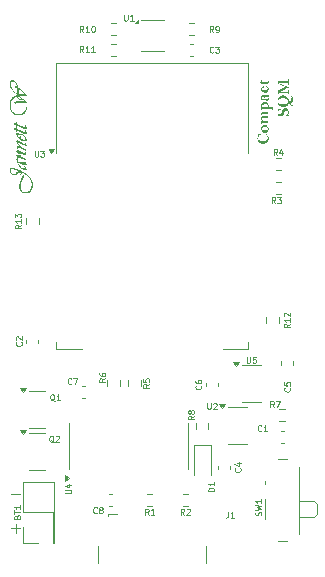
<source format=gto>
%TF.GenerationSoftware,KiCad,Pcbnew,8.0.8*%
%TF.CreationDate,2025-01-23T20:15:16-05:00*%
%TF.ProjectId,compact_sqm,636f6d70-6163-4745-9f73-716d2e6b6963,rev?*%
%TF.SameCoordinates,Original*%
%TF.FileFunction,Legend,Top*%
%TF.FilePolarity,Positive*%
%FSLAX46Y46*%
G04 Gerber Fmt 4.6, Leading zero omitted, Abs format (unit mm)*
G04 Created by KiCad (PCBNEW 8.0.8) date 2025-01-23 20:15:16*
%MOMM*%
%LPD*%
G01*
G04 APERTURE LIST*
%ADD10C,0.100000*%
%ADD11C,0.300000*%
%ADD12C,0.254000*%
%ADD13C,0.088900*%
%ADD14C,0.120000*%
G04 APERTURE END LIST*
D10*
X127710284Y-117042666D02*
X128472189Y-117042666D01*
X127735684Y-119989066D02*
X128497589Y-119989066D01*
X128116636Y-120370019D02*
X128116636Y-119608114D01*
D11*
G36*
X127620252Y-89407769D02*
G01*
X127672642Y-89416928D01*
X127764050Y-89434737D01*
X127851794Y-89453176D01*
X127935874Y-89472244D01*
X128016291Y-89491942D01*
X128093045Y-89512269D01*
X128166134Y-89533226D01*
X128252344Y-89560308D01*
X128301323Y-89577030D01*
X128380746Y-89606484D01*
X128459418Y-89638746D01*
X128537338Y-89673817D01*
X128614507Y-89711697D01*
X128690925Y-89752385D01*
X128766591Y-89795882D01*
X128796647Y-89814067D01*
X128893406Y-89875250D01*
X128983922Y-89937166D01*
X129068196Y-89999814D01*
X129146227Y-90063195D01*
X129218016Y-90127309D01*
X129283563Y-90192155D01*
X129342866Y-90257734D01*
X129395928Y-90324046D01*
X129442746Y-90391091D01*
X129483323Y-90458868D01*
X129517656Y-90527379D01*
X129545748Y-90596621D01*
X129567596Y-90666597D01*
X129588665Y-90772934D01*
X129595688Y-90880920D01*
X129591818Y-90964016D01*
X129580209Y-91046242D01*
X129560860Y-91127598D01*
X129537581Y-91198070D01*
X129533772Y-91208083D01*
X129500364Y-91284516D01*
X129461690Y-91354080D01*
X129417749Y-91416774D01*
X129368542Y-91472598D01*
X129306520Y-91526261D01*
X129238883Y-91568821D01*
X129165630Y-91600278D01*
X129086762Y-91620632D01*
X129002278Y-91629885D01*
X128972868Y-91630501D01*
X128887410Y-91623945D01*
X128807438Y-91604278D01*
X128732953Y-91571498D01*
X128663955Y-91525607D01*
X128600443Y-91466603D01*
X128580492Y-91444022D01*
X128535214Y-91383520D01*
X128497610Y-91318564D01*
X128467680Y-91249153D01*
X128445424Y-91175288D01*
X128430843Y-91096969D01*
X128423936Y-91014195D01*
X128423322Y-90979838D01*
X128426397Y-90897036D01*
X128435622Y-90812669D01*
X128450998Y-90726737D01*
X128472524Y-90639240D01*
X128500200Y-90550178D01*
X128534026Y-90459551D01*
X128574002Y-90367359D01*
X128620128Y-90273603D01*
X128672405Y-90178281D01*
X128710673Y-90113864D01*
X128751674Y-90048751D01*
X128773200Y-90015934D01*
X128862226Y-90151489D01*
X128819392Y-90218633D01*
X128779043Y-90288174D01*
X128741181Y-90360113D01*
X128705806Y-90434448D01*
X128672917Y-90511181D01*
X128642515Y-90590310D01*
X128631051Y-90622633D01*
X128604981Y-90702230D01*
X128583330Y-90778445D01*
X128566098Y-90851280D01*
X128551252Y-90934219D01*
X128542768Y-91012289D01*
X128540559Y-91073628D01*
X128544371Y-91149074D01*
X128558456Y-91230551D01*
X128582919Y-91304981D01*
X128617761Y-91372363D01*
X128649002Y-91416178D01*
X128706865Y-91474842D01*
X128772009Y-91516745D01*
X128844435Y-91541887D01*
X128924142Y-91550268D01*
X128998611Y-91543774D01*
X129072906Y-91524293D01*
X129140297Y-91495313D01*
X129204718Y-91456852D01*
X129263344Y-91410162D01*
X129316173Y-91355243D01*
X129326044Y-91343272D01*
X129369236Y-91279630D01*
X129403468Y-91209677D01*
X129430178Y-91136870D01*
X129435587Y-91119423D01*
X129456307Y-91039963D01*
X129470247Y-90960677D01*
X129477405Y-90881565D01*
X129478451Y-90837689D01*
X129474436Y-90751664D01*
X129462390Y-90667931D01*
X129442313Y-90586491D01*
X129414206Y-90507343D01*
X129378068Y-90430488D01*
X129333899Y-90355926D01*
X129281700Y-90283656D01*
X129221470Y-90213679D01*
X129153209Y-90145995D01*
X129076917Y-90080603D01*
X129021595Y-90038282D01*
X128952927Y-89990991D01*
X128879365Y-89945014D01*
X128814325Y-89907703D01*
X128745886Y-89871305D01*
X128674048Y-89835818D01*
X128598811Y-89801245D01*
X128522804Y-89768658D01*
X128448658Y-89739363D01*
X128376373Y-89713360D01*
X128305948Y-89690648D01*
X128223894Y-89667739D01*
X128144519Y-89649570D01*
X127911878Y-89603408D01*
X127771194Y-89575564D01*
X127744815Y-89570435D01*
X127743356Y-89645461D01*
X127743350Y-89650669D01*
X127743350Y-89746656D01*
X127751957Y-89820710D01*
X127755440Y-89833851D01*
X127789429Y-89901380D01*
X127825782Y-89937166D01*
X127895191Y-89970539D01*
X127941919Y-89976000D01*
X128017511Y-89963407D01*
X128060255Y-89943760D01*
X128122629Y-89898240D01*
X128178184Y-89846668D01*
X128198374Y-89826157D01*
X128255424Y-89775889D01*
X128324026Y-89742089D01*
X128356644Y-89737864D01*
X128433373Y-89748989D01*
X128503020Y-89779008D01*
X128543123Y-89805275D01*
X128598713Y-89856451D01*
X128632121Y-89922161D01*
X128634348Y-89944493D01*
X128612961Y-90016537D01*
X128592949Y-90038649D01*
X128524265Y-90071046D01*
X128485604Y-90074552D01*
X128430649Y-90069423D01*
X128488609Y-90020665D01*
X128533689Y-89959377D01*
X128540559Y-89928007D01*
X128512390Y-89858983D01*
X128451532Y-89842644D01*
X128383241Y-89870148D01*
X128323581Y-89922681D01*
X128307185Y-89940097D01*
X128246162Y-89996196D01*
X128180697Y-90036267D01*
X128110790Y-90060310D01*
X128036441Y-90068324D01*
X127955750Y-90060676D01*
X127880737Y-90037733D01*
X127811402Y-89999493D01*
X127747746Y-89945958D01*
X127694532Y-89881799D01*
X127656522Y-89812052D01*
X127633715Y-89736719D01*
X127626113Y-89655798D01*
X127626113Y-89561276D01*
X127626113Y-89473715D01*
X127620252Y-89407769D01*
G37*
G36*
X128873950Y-88913910D02*
G01*
X128918280Y-88883136D01*
X128960183Y-88948051D01*
X128992866Y-89013680D01*
X129021832Y-89087548D01*
X129047082Y-89169657D01*
X129056766Y-89207368D01*
X128978852Y-89194305D01*
X128904267Y-89170640D01*
X128830597Y-89140952D01*
X128762339Y-89109580D01*
X128687837Y-89072180D01*
X128746862Y-89119660D01*
X128801662Y-89168402D01*
X128860256Y-89226863D01*
X128913100Y-89287042D01*
X128953818Y-89339992D01*
X128998697Y-89407884D01*
X129033860Y-89475778D01*
X129054797Y-89546558D01*
X129056400Y-89568970D01*
X129024174Y-89636809D01*
X128954550Y-89652867D01*
X128874523Y-89644051D01*
X128802132Y-89621875D01*
X128727532Y-89586199D01*
X128661831Y-89544875D01*
X128617129Y-89511817D01*
X128551690Y-89456411D01*
X128490836Y-89395983D01*
X128434568Y-89330531D01*
X128382885Y-89260056D01*
X128343318Y-89197489D01*
X128321106Y-89158275D01*
X128283005Y-89083444D01*
X128251361Y-89008703D01*
X128226175Y-88934051D01*
X128207448Y-88859488D01*
X128195178Y-88785015D01*
X128189366Y-88710631D01*
X128188849Y-88680903D01*
X128224386Y-88636206D01*
X128296674Y-88663695D01*
X128312314Y-88672110D01*
X128307643Y-88746207D01*
X128306085Y-88814626D01*
X128309703Y-88890583D01*
X128320557Y-88963850D01*
X128344299Y-89051651D01*
X128379347Y-89135247D01*
X128415525Y-89199098D01*
X128458940Y-89260258D01*
X128509589Y-89318727D01*
X128537628Y-89346953D01*
X128600933Y-89402607D01*
X128663903Y-89446747D01*
X128736945Y-89483690D01*
X128809532Y-89504960D01*
X128871386Y-89510718D01*
X128937508Y-89475768D01*
X128939163Y-89461625D01*
X128909457Y-89389147D01*
X128860083Y-89326069D01*
X128854899Y-89320208D01*
X128799215Y-89262835D01*
X128737949Y-89209326D01*
X128678038Y-89164471D01*
X128657062Y-89150215D01*
X128587466Y-89107710D01*
X128515241Y-89071235D01*
X128440386Y-89040791D01*
X128362901Y-89016378D01*
X128317443Y-89005135D01*
X128372943Y-88953293D01*
X128433580Y-88941021D01*
X128511599Y-88953232D01*
X128585016Y-88985877D01*
X128646438Y-89027850D01*
X128626173Y-88952699D01*
X128611633Y-88908415D01*
X128654132Y-88928931D01*
X128727419Y-88961801D01*
X128797097Y-88991554D01*
X128867079Y-89018001D01*
X128900328Y-89025651D01*
X128915716Y-89010264D01*
X128887697Y-88939511D01*
X128873950Y-88913910D01*
G37*
G36*
X128880545Y-88121831D02*
G01*
X128927806Y-88093254D01*
X128971884Y-88163940D01*
X129004629Y-88231162D01*
X129031940Y-88303397D01*
X129053817Y-88380647D01*
X129061529Y-88415289D01*
X128985610Y-88400897D01*
X128913823Y-88380561D01*
X128834291Y-88352640D01*
X128765088Y-88324842D01*
X128690928Y-88292190D01*
X128611811Y-88254684D01*
X128527736Y-88212323D01*
X128400607Y-88145278D01*
X128332876Y-88114710D01*
X128322206Y-88112672D01*
X128306085Y-88123663D01*
X128339333Y-88190000D01*
X128376427Y-88238701D01*
X128427306Y-88298214D01*
X128478368Y-88351566D01*
X128534010Y-88404202D01*
X128539826Y-88409427D01*
X128602412Y-88462591D01*
X128669041Y-88513089D01*
X128739713Y-88560922D01*
X128814427Y-88606090D01*
X128893185Y-88648592D01*
X128959102Y-88680675D01*
X129010238Y-88703617D01*
X129033630Y-88778051D01*
X129062842Y-88852257D01*
X129071787Y-88873610D01*
X129002417Y-88839929D01*
X128932153Y-88806892D01*
X128860995Y-88774499D01*
X128788942Y-88742750D01*
X128715995Y-88711644D01*
X128642153Y-88681183D01*
X128612366Y-88669179D01*
X128542426Y-88641526D01*
X128471225Y-88614530D01*
X128397889Y-88589033D01*
X128331365Y-88573192D01*
X128306085Y-88591143D01*
X128325503Y-88654158D01*
X128333929Y-88678338D01*
X128277509Y-88689329D01*
X128255275Y-88614797D01*
X128232171Y-88545073D01*
X128205140Y-88472382D01*
X128183353Y-88420051D01*
X128170531Y-88392208D01*
X128206068Y-88388178D01*
X128284228Y-88401451D01*
X128362740Y-88426538D01*
X128445636Y-88458395D01*
X128525715Y-88492242D01*
X128596979Y-88524099D01*
X128622624Y-88549012D01*
X128595513Y-88540219D01*
X128538598Y-88487819D01*
X128485547Y-88436635D01*
X128426986Y-88376820D01*
X128373989Y-88318757D01*
X128326556Y-88262446D01*
X128298025Y-88225878D01*
X128255485Y-88165459D01*
X128216143Y-88096277D01*
X128191514Y-88024709D01*
X128188849Y-87996901D01*
X128232667Y-87936139D01*
X128250398Y-87934619D01*
X128328425Y-87957111D01*
X128398089Y-87987856D01*
X128473205Y-88024590D01*
X128546664Y-88062521D01*
X128562540Y-88070906D01*
X128633587Y-88108516D01*
X128710722Y-88148476D01*
X128786164Y-88186085D01*
X128857702Y-88218680D01*
X128898496Y-88231374D01*
X128915716Y-88215254D01*
X128893176Y-88142718D01*
X128890070Y-88136485D01*
X128880545Y-88121831D01*
G37*
G36*
X128880545Y-87305571D02*
G01*
X128927806Y-87276995D01*
X128971884Y-87347680D01*
X129004629Y-87414902D01*
X129031940Y-87487138D01*
X129053817Y-87564387D01*
X129061529Y-87599029D01*
X128985610Y-87584638D01*
X128913823Y-87564302D01*
X128834291Y-87536381D01*
X128765088Y-87508583D01*
X128690928Y-87475931D01*
X128611811Y-87438424D01*
X128527736Y-87396063D01*
X128400607Y-87329018D01*
X128332876Y-87298450D01*
X128322206Y-87296412D01*
X128306085Y-87307403D01*
X128339333Y-87373741D01*
X128376427Y-87422441D01*
X128427306Y-87481955D01*
X128478368Y-87535307D01*
X128534010Y-87587943D01*
X128539826Y-87593167D01*
X128602412Y-87646331D01*
X128669041Y-87696830D01*
X128739713Y-87744663D01*
X128814427Y-87789830D01*
X128893185Y-87832333D01*
X128959102Y-87864415D01*
X129010238Y-87887358D01*
X129033630Y-87961792D01*
X129062842Y-88035998D01*
X129071787Y-88057351D01*
X129002417Y-88023669D01*
X128932153Y-87990632D01*
X128860995Y-87958239D01*
X128788942Y-87926490D01*
X128715995Y-87895385D01*
X128642153Y-87864924D01*
X128612366Y-87852919D01*
X128542426Y-87825267D01*
X128471225Y-87798270D01*
X128397889Y-87772774D01*
X128331365Y-87756932D01*
X128306085Y-87774884D01*
X128325503Y-87837898D01*
X128333929Y-87862078D01*
X128277509Y-87873069D01*
X128255275Y-87798537D01*
X128232171Y-87728813D01*
X128205140Y-87656122D01*
X128183353Y-87603792D01*
X128170531Y-87575948D01*
X128206068Y-87571918D01*
X128284228Y-87585192D01*
X128362740Y-87610279D01*
X128445636Y-87642135D01*
X128525715Y-87675983D01*
X128596979Y-87707839D01*
X128622624Y-87732752D01*
X128595513Y-87723959D01*
X128538598Y-87671559D01*
X128485547Y-87620375D01*
X128426986Y-87560561D01*
X128373989Y-87502498D01*
X128326556Y-87446186D01*
X128298025Y-87409619D01*
X128255485Y-87349199D01*
X128216143Y-87280017D01*
X128191514Y-87208449D01*
X128188849Y-87180641D01*
X128232667Y-87119880D01*
X128250398Y-87118359D01*
X128328425Y-87140852D01*
X128398089Y-87171596D01*
X128473205Y-87208330D01*
X128546664Y-87246262D01*
X128562540Y-87254647D01*
X128633587Y-87292256D01*
X128710722Y-87332216D01*
X128786164Y-87369826D01*
X128857702Y-87402421D01*
X128898496Y-87415114D01*
X128915716Y-87398994D01*
X128893176Y-87326458D01*
X128890070Y-87320226D01*
X128880545Y-87305571D01*
G37*
G36*
X128566570Y-86614242D02*
G01*
X128635156Y-86588150D01*
X128643507Y-86587497D01*
X128715933Y-86604164D01*
X128779892Y-86642595D01*
X128840296Y-86695489D01*
X128871752Y-86728547D01*
X128924946Y-86790649D01*
X128969125Y-86849870D01*
X129010238Y-86917133D01*
X129041794Y-86990366D01*
X129056219Y-87067148D01*
X129056400Y-87076227D01*
X129039386Y-87151526D01*
X128982019Y-87198023D01*
X128912418Y-87208485D01*
X128835505Y-87202508D01*
X128756805Y-87184579D01*
X128686478Y-87159087D01*
X128614783Y-87124443D01*
X128594048Y-87112864D01*
X128524084Y-87068327D01*
X128459729Y-87018707D01*
X128400985Y-86964002D01*
X128347851Y-86904213D01*
X128320007Y-86867766D01*
X128275434Y-86800700D01*
X128240083Y-86736338D01*
X128210495Y-86664669D01*
X128192051Y-86587269D01*
X128188849Y-86541335D01*
X128208598Y-86468726D01*
X128258824Y-86448279D01*
X128329510Y-86471360D01*
X128356644Y-86489312D01*
X128412606Y-86538000D01*
X128456661Y-86590062D01*
X128494855Y-86653534D01*
X128526020Y-86721244D01*
X128530300Y-86731845D01*
X128554493Y-86803844D01*
X128564006Y-86865201D01*
X128524005Y-86929603D01*
X128479376Y-86949831D01*
X128492980Y-86875771D01*
X128493664Y-86863369D01*
X128484473Y-86785184D01*
X128456902Y-86712562D01*
X128437977Y-86680920D01*
X128387808Y-86624069D01*
X128320007Y-86597755D01*
X128282638Y-86649779D01*
X128297963Y-86725617D01*
X128338492Y-86795913D01*
X128389154Y-86853078D01*
X128412331Y-86874727D01*
X128473533Y-86924036D01*
X128540816Y-86967549D01*
X128606572Y-87001755D01*
X128629585Y-87012113D01*
X128704418Y-87040321D01*
X128780287Y-87059282D01*
X128849404Y-87065603D01*
X128919440Y-87043889D01*
X128939163Y-86988666D01*
X128923079Y-86912258D01*
X128884346Y-86844960D01*
X128841710Y-86794493D01*
X128780546Y-86738909D01*
X128715522Y-86692713D01*
X128650399Y-86654771D01*
X128577598Y-86619143D01*
X128566570Y-86614242D01*
G37*
G36*
X128165402Y-85985194D02*
G01*
X128212296Y-86012305D01*
X128212296Y-86156653D01*
X128223654Y-86161782D01*
X128293177Y-86191785D01*
X128361366Y-86220327D01*
X128438012Y-86252101D01*
X128475712Y-86267661D01*
X128548853Y-86298109D01*
X128623736Y-86329701D01*
X128692761Y-86359045D01*
X128711284Y-86366946D01*
X128780750Y-86395782D01*
X128851877Y-86422450D01*
X128924955Y-86440879D01*
X128927806Y-86440951D01*
X128962610Y-86407246D01*
X128933862Y-86334435D01*
X128887989Y-86273848D01*
X128871752Y-86255205D01*
X128920112Y-86226628D01*
X128965539Y-86285595D01*
X129006212Y-86353155D01*
X129018664Y-86378303D01*
X129045750Y-86448515D01*
X129056400Y-86513492D01*
X129032752Y-86585478D01*
X128981661Y-86602518D01*
X128909563Y-86585758D01*
X128840469Y-86561132D01*
X128763370Y-86530605D01*
X128725573Y-86514957D01*
X128472415Y-86407612D01*
X128398265Y-86376842D01*
X128327482Y-86347553D01*
X128255740Y-86318057D01*
X128220723Y-86303931D01*
X128212296Y-86300268D01*
X128212296Y-86438387D01*
X128165402Y-86409811D01*
X128165402Y-86390027D01*
X128158371Y-86316523D01*
X128140489Y-86278286D01*
X128074482Y-86236180D01*
X128002973Y-86203539D01*
X127987349Y-86196953D01*
X127977823Y-86167277D01*
X127974879Y-86091636D01*
X127971595Y-86051873D01*
X128042145Y-86080326D01*
X128085901Y-86099134D01*
X128158807Y-86129908D01*
X128165402Y-86132839D01*
X128165402Y-85985194D01*
G37*
G36*
X128165402Y-85569005D02*
G01*
X128212296Y-85596115D01*
X128212296Y-85740463D01*
X128223654Y-85745592D01*
X128293177Y-85775595D01*
X128361366Y-85804137D01*
X128438012Y-85835911D01*
X128475712Y-85851471D01*
X128548853Y-85881920D01*
X128623736Y-85913511D01*
X128692761Y-85942855D01*
X128711284Y-85950756D01*
X128780750Y-85979592D01*
X128851877Y-86006260D01*
X128924955Y-86024689D01*
X128927806Y-86024762D01*
X128962610Y-85991056D01*
X128933862Y-85918246D01*
X128887989Y-85857658D01*
X128871752Y-85839015D01*
X128920112Y-85810439D01*
X128965539Y-85869405D01*
X129006212Y-85936965D01*
X129018664Y-85962113D01*
X129045750Y-86032325D01*
X129056400Y-86097302D01*
X129032752Y-86169288D01*
X128981661Y-86186328D01*
X128909563Y-86169569D01*
X128840469Y-86144942D01*
X128763370Y-86114415D01*
X128725573Y-86098767D01*
X128472415Y-85991423D01*
X128398265Y-85960652D01*
X128327482Y-85931363D01*
X128255740Y-85901868D01*
X128220723Y-85887741D01*
X128212296Y-85884078D01*
X128212296Y-86022197D01*
X128165402Y-85993621D01*
X128165402Y-85973837D01*
X128158371Y-85900333D01*
X128140489Y-85862096D01*
X128074482Y-85819991D01*
X128002973Y-85787349D01*
X127987349Y-85780763D01*
X127977823Y-85751088D01*
X127974879Y-85675446D01*
X127971595Y-85635683D01*
X128042145Y-85664136D01*
X128085901Y-85682944D01*
X128158807Y-85713718D01*
X128165402Y-85716649D01*
X128165402Y-85569005D01*
G37*
G36*
X127907893Y-82026042D02*
G01*
X127980569Y-82051760D01*
X128050406Y-82094624D01*
X128108005Y-82145010D01*
X128154411Y-82196621D01*
X128205918Y-82266912D01*
X128243783Y-82330446D01*
X128277051Y-82398488D01*
X128305722Y-82471038D01*
X128329795Y-82548096D01*
X128349270Y-82629663D01*
X128352614Y-82646517D01*
X128420321Y-82694865D01*
X128484077Y-82743869D01*
X128541241Y-82790039D01*
X128602072Y-82841056D01*
X128666571Y-82896921D01*
X128720810Y-82945104D01*
X128775473Y-82994735D01*
X128841949Y-83056741D01*
X128906369Y-83118712D01*
X128968731Y-83180647D01*
X129029037Y-83242546D01*
X129087285Y-83304409D01*
X129121246Y-83341510D01*
X128997781Y-83340411D01*
X128907983Y-83341395D01*
X128818792Y-83344346D01*
X128730210Y-83349266D01*
X128642236Y-83356153D01*
X128554870Y-83365008D01*
X128468113Y-83375831D01*
X128436244Y-83380334D01*
X128459592Y-83397197D01*
X128518399Y-83447717D01*
X128566204Y-83488788D01*
X128625097Y-83539163D01*
X128686091Y-83590798D01*
X128744416Y-83639095D01*
X128747921Y-83641928D01*
X129067390Y-83897284D01*
X129115018Y-83937951D01*
X129030193Y-83938466D01*
X128943514Y-83940012D01*
X128854979Y-83942588D01*
X128764590Y-83946194D01*
X128672347Y-83950831D01*
X128578248Y-83956498D01*
X128482295Y-83963196D01*
X128409113Y-83968895D01*
X128384487Y-83970924D01*
X128309635Y-83977449D01*
X128232659Y-83986198D01*
X128180423Y-83996203D01*
X128141954Y-84036503D01*
X128183468Y-84100977D01*
X128196176Y-84115271D01*
X128135726Y-84145313D01*
X128118507Y-84119301D01*
X128054393Y-84011224D01*
X128013380Y-83946372D01*
X127989913Y-83911206D01*
X127965000Y-83872372D01*
X128053970Y-83857345D01*
X128149236Y-83844322D01*
X128224818Y-83835869D01*
X128303942Y-83828544D01*
X128386608Y-83822345D01*
X128472816Y-83817274D01*
X128562566Y-83813329D01*
X128655857Y-83810512D01*
X128752691Y-83808821D01*
X128853067Y-83808258D01*
X128795499Y-83760162D01*
X128733060Y-83709202D01*
X128670031Y-83658106D01*
X128659993Y-83649988D01*
X128598742Y-83600094D01*
X128538422Y-83549412D01*
X128481725Y-83500751D01*
X128420416Y-83447273D01*
X128365803Y-83399029D01*
X128359208Y-83393533D01*
X128353713Y-83394633D01*
X128359571Y-83468986D01*
X128382068Y-83542625D01*
X128429640Y-83607049D01*
X128500178Y-83648333D01*
X128578918Y-83665300D01*
X128593681Y-83666475D01*
X128533506Y-83712156D01*
X128513814Y-83715201D01*
X128441085Y-83696198D01*
X128378299Y-83649658D01*
X128346752Y-83615917D01*
X128301171Y-83554257D01*
X128267396Y-83487341D01*
X128250764Y-83421377D01*
X128174157Y-83449992D01*
X128102559Y-83484546D01*
X128035969Y-83525040D01*
X127974388Y-83571472D01*
X127917817Y-83623844D01*
X127866254Y-83682154D01*
X127847031Y-83707141D01*
X127803652Y-83772541D01*
X127767626Y-83841430D01*
X127738952Y-83913806D01*
X127717630Y-83989671D01*
X127703661Y-84069024D01*
X127697044Y-84151866D01*
X127696455Y-84185979D01*
X127699323Y-84263368D01*
X127707927Y-84337082D01*
X127726748Y-84424056D01*
X127754531Y-84505287D01*
X127791277Y-84580777D01*
X127836985Y-84650524D01*
X127880004Y-84702187D01*
X127939975Y-84759603D01*
X128005169Y-84807287D01*
X128075587Y-84845240D01*
X128151228Y-84873462D01*
X128232093Y-84891952D01*
X128318181Y-84900710D01*
X128354079Y-84901489D01*
X128436592Y-84897178D01*
X128514686Y-84884244D01*
X128588361Y-84862688D01*
X128657618Y-84832509D01*
X128722456Y-84793708D01*
X128782876Y-84746285D01*
X128805806Y-84724901D01*
X128857734Y-84667448D01*
X128900861Y-84605683D01*
X128935186Y-84539606D01*
X128960710Y-84469219D01*
X128977432Y-84394520D01*
X128985353Y-84315511D01*
X128986058Y-84282700D01*
X128975960Y-84209541D01*
X128968106Y-84178286D01*
X129008406Y-84165463D01*
X129035730Y-84240797D01*
X129050728Y-84315444D01*
X129056353Y-84395958D01*
X129056400Y-84404333D01*
X129051981Y-84486412D01*
X129038725Y-84563894D01*
X129016633Y-84636779D01*
X128985703Y-84705066D01*
X128945936Y-84768756D01*
X128897332Y-84827848D01*
X128875416Y-84850198D01*
X128816391Y-84900859D01*
X128752662Y-84942934D01*
X128684228Y-84976422D01*
X128611089Y-85001323D01*
X128533246Y-85017638D01*
X128450698Y-85025366D01*
X128416361Y-85026053D01*
X128329825Y-85022011D01*
X128247170Y-85009887D01*
X128168395Y-84989680D01*
X128093503Y-84961389D01*
X128022491Y-84925016D01*
X127955360Y-84880560D01*
X127892111Y-84828021D01*
X127832743Y-84767400D01*
X127778819Y-84700561D01*
X127732084Y-84629372D01*
X127692540Y-84553832D01*
X127660185Y-84473942D01*
X127635021Y-84389701D01*
X127617046Y-84301109D01*
X127606261Y-84208167D01*
X127602666Y-84110875D01*
X127605294Y-84030927D01*
X127613176Y-83954483D01*
X127626314Y-83881542D01*
X127650126Y-83795293D01*
X127682149Y-83714517D01*
X127722382Y-83639216D01*
X127770827Y-83569388D01*
X127826544Y-83505582D01*
X127888593Y-83448574D01*
X127956975Y-83398363D01*
X128031690Y-83354951D01*
X128112737Y-83318336D01*
X128182135Y-83293938D01*
X128236843Y-83278495D01*
X128208822Y-83252483D01*
X128355178Y-83252483D01*
X128433446Y-83236173D01*
X128506579Y-83225159D01*
X128586904Y-83216488D01*
X128674420Y-83210161D01*
X128749610Y-83206786D01*
X128829403Y-83204911D01*
X128892268Y-83204490D01*
X128901061Y-83204490D01*
X128844755Y-83145894D01*
X128789665Y-83092557D01*
X128729140Y-83037291D01*
X128672936Y-82988386D01*
X128633249Y-82954995D01*
X128574323Y-82906953D01*
X128510818Y-82857611D01*
X128445153Y-82810063D01*
X128380092Y-82767849D01*
X128366902Y-82760090D01*
X128373739Y-82838502D01*
X128376279Y-82914403D01*
X128376427Y-82939242D01*
X128374046Y-83020550D01*
X128369324Y-83095128D01*
X128363125Y-83171053D01*
X128356277Y-83244057D01*
X128355178Y-83252483D01*
X128208822Y-83252483D01*
X128176708Y-83222671D01*
X128119678Y-83167993D01*
X128065751Y-83114462D01*
X127998678Y-83044870D01*
X127937123Y-82977316D01*
X127881086Y-82911800D01*
X127830568Y-82848321D01*
X127785568Y-82786881D01*
X127755440Y-82742138D01*
X127711428Y-82668906D01*
X127674876Y-82596444D01*
X127645783Y-82524750D01*
X127624150Y-82453826D01*
X127608037Y-82369733D01*
X127607740Y-82365149D01*
X127719903Y-82365149D01*
X127728197Y-82456265D01*
X127753082Y-82551377D01*
X127782631Y-82625332D01*
X127821513Y-82701536D01*
X127869726Y-82779987D01*
X127927271Y-82860685D01*
X127994147Y-82943631D01*
X128043915Y-83000177D01*
X128097831Y-83057722D01*
X128155894Y-83116266D01*
X128218104Y-83175809D01*
X128250764Y-83205955D01*
X128253628Y-83126760D01*
X128255899Y-83050193D01*
X128257578Y-82976253D01*
X128258788Y-82893311D01*
X128259191Y-82813945D01*
X128266518Y-82708066D01*
X128198008Y-82680039D01*
X128138291Y-82670697D01*
X128092010Y-82728860D01*
X128089564Y-82752396D01*
X128087732Y-82785002D01*
X128024718Y-82785002D01*
X128024718Y-82496307D01*
X128100953Y-82516071D01*
X128173038Y-82542847D01*
X128240973Y-82576636D01*
X128254062Y-82584235D01*
X128238577Y-82507569D01*
X128216715Y-82430426D01*
X128186811Y-82356997D01*
X128155510Y-82303600D01*
X128106696Y-82243358D01*
X128045198Y-82192628D01*
X127977609Y-82161224D01*
X127903930Y-82149145D01*
X127894292Y-82148994D01*
X127819858Y-82165538D01*
X127768263Y-82207612D01*
X127731993Y-82276122D01*
X127720092Y-82352899D01*
X127719903Y-82365149D01*
X127607740Y-82365149D01*
X127602666Y-82286747D01*
X127610285Y-82210830D01*
X127635977Y-82139269D01*
X127667146Y-82093307D01*
X127725346Y-82044205D01*
X127795759Y-82020135D01*
X127832376Y-82017469D01*
X127907893Y-82026042D01*
G37*
D12*
G36*
X148663009Y-86700426D02*
G01*
X148630501Y-86669656D01*
X148608664Y-86638389D01*
X148615612Y-86620274D01*
X148658046Y-86613326D01*
X148871456Y-86599429D01*
X148899000Y-86597940D01*
X148926297Y-86620274D01*
X148902474Y-86643848D01*
X148853344Y-86666167D01*
X148806266Y-86693920D01*
X148762146Y-86724687D01*
X148733484Y-86746831D01*
X148697224Y-86781156D01*
X148666690Y-86824951D01*
X148647788Y-86873616D01*
X148640518Y-86927150D01*
X148640427Y-86934184D01*
X148645177Y-86983965D01*
X148661374Y-87032622D01*
X148689065Y-87074886D01*
X148726784Y-87110993D01*
X148768505Y-87138677D01*
X148817301Y-87161466D01*
X148822570Y-87163476D01*
X148872818Y-87178830D01*
X148921933Y-87188260D01*
X148975235Y-87193719D01*
X149025309Y-87195239D01*
X149086486Y-87193076D01*
X149143617Y-87186588D01*
X149196700Y-87175773D01*
X149245737Y-87160634D01*
X149299238Y-87136756D01*
X149346912Y-87106649D01*
X149387476Y-87071901D01*
X149419648Y-87034100D01*
X149446574Y-86986139D01*
X149462077Y-86934023D01*
X149466273Y-86886043D01*
X149460297Y-86833271D01*
X149442369Y-86782157D01*
X149412489Y-86732701D01*
X149378459Y-86692753D01*
X149336129Y-86653956D01*
X149296290Y-86623748D01*
X149275693Y-86595707D01*
X149298027Y-86573373D01*
X149344538Y-86591516D01*
X149387295Y-86625333D01*
X149426521Y-86663658D01*
X149444932Y-86683304D01*
X149479171Y-86726482D01*
X149506326Y-86773569D01*
X149526397Y-86824564D01*
X149539384Y-86879467D01*
X149545288Y-86938279D01*
X149545681Y-86958751D01*
X149543572Y-87012092D01*
X149537244Y-87062556D01*
X149523402Y-87121590D01*
X149502968Y-87176129D01*
X149475943Y-87226172D01*
X149442326Y-87271720D01*
X149410687Y-87304922D01*
X149366909Y-87341524D01*
X149320102Y-87371922D01*
X149270266Y-87396117D01*
X149217401Y-87414108D01*
X149161506Y-87425895D01*
X149102583Y-87431479D01*
X149078165Y-87431975D01*
X149018092Y-87428849D01*
X148960550Y-87419470D01*
X148905542Y-87403840D01*
X148853065Y-87381957D01*
X148803121Y-87353822D01*
X148755710Y-87319435D01*
X148737454Y-87303929D01*
X148695776Y-87262267D01*
X148661162Y-87217309D01*
X148633613Y-87169055D01*
X148613127Y-87117506D01*
X148599705Y-87062661D01*
X148593347Y-87004520D01*
X148592782Y-86980340D01*
X148595251Y-86928613D01*
X148602658Y-86876536D01*
X148615002Y-86824110D01*
X148632285Y-86771336D01*
X148654505Y-86718212D01*
X148663009Y-86700426D01*
G37*
G36*
X149267495Y-85834497D02*
G01*
X149320542Y-85848248D01*
X149370809Y-85871165D01*
X149418298Y-85903250D01*
X149444187Y-85925700D01*
X149478679Y-85963341D01*
X149509901Y-86011843D01*
X149531409Y-86065285D01*
X149542113Y-86115023D01*
X149545681Y-86168391D01*
X149541608Y-86225602D01*
X149529389Y-86278681D01*
X149509025Y-86327627D01*
X149480514Y-86372441D01*
X149460565Y-86396194D01*
X149420500Y-86432066D01*
X149374995Y-86459128D01*
X149324052Y-86477379D01*
X149267671Y-86486819D01*
X149233011Y-86488258D01*
X149180882Y-86484838D01*
X149124960Y-86472203D01*
X149074311Y-86450259D01*
X149028934Y-86419006D01*
X148999750Y-86390982D01*
X148964941Y-86346297D01*
X148938681Y-86297575D01*
X148920971Y-86244815D01*
X148911811Y-86188018D01*
X148911072Y-86169880D01*
X148958060Y-86169880D01*
X148970552Y-86219352D01*
X149008028Y-86257900D01*
X149023324Y-86266907D01*
X149074238Y-86286404D01*
X149125143Y-86296336D01*
X149177379Y-86300617D01*
X149205963Y-86301152D01*
X149259786Y-86299300D01*
X149309216Y-86293742D01*
X149360327Y-86282855D01*
X149410968Y-86264822D01*
X149416146Y-86262440D01*
X149459331Y-86235410D01*
X149490039Y-86195489D01*
X149498036Y-86155984D01*
X149485497Y-86104279D01*
X149451397Y-86067496D01*
X149432524Y-86056227D01*
X149382588Y-86037154D01*
X149328693Y-86026685D01*
X149273267Y-86022858D01*
X149260060Y-86022727D01*
X149203745Y-86025115D01*
X149150191Y-86032281D01*
X149099398Y-86044223D01*
X149051365Y-86060942D01*
X149006262Y-86084909D01*
X148971181Y-86121293D01*
X148958060Y-86169880D01*
X148911072Y-86169880D01*
X148910415Y-86153750D01*
X148913381Y-86102395D01*
X148924340Y-86046979D01*
X148943373Y-85996407D01*
X148970480Y-85950681D01*
X148994787Y-85920985D01*
X149033918Y-85885499D01*
X149077704Y-85858729D01*
X149126145Y-85840675D01*
X149179240Y-85831337D01*
X149211670Y-85829914D01*
X149267495Y-85834497D01*
G37*
G36*
X149019850Y-85483495D02*
G01*
X148982476Y-85445610D01*
X148950887Y-85404331D01*
X148937712Y-85382002D01*
X148918119Y-85333463D01*
X148910522Y-85284161D01*
X148910415Y-85277530D01*
X148917148Y-85226314D01*
X148926049Y-85198122D01*
X148951918Y-85154261D01*
X148988377Y-85115792D01*
X148998757Y-85106554D01*
X148966513Y-85065215D01*
X148939942Y-85019781D01*
X148932501Y-85003324D01*
X148916648Y-84952939D01*
X148910502Y-84901354D01*
X148910415Y-84894385D01*
X148914557Y-84844549D01*
X148930868Y-84794621D01*
X148962775Y-84753932D01*
X149009943Y-84727167D01*
X149060179Y-84714299D01*
X149113887Y-84710052D01*
X149120351Y-84710009D01*
X149359816Y-84713484D01*
X149409975Y-84712718D01*
X149461001Y-84708484D01*
X149476447Y-84703806D01*
X149496750Y-84658505D01*
X149498036Y-84650701D01*
X149512925Y-84626383D01*
X149529800Y-84654920D01*
X149529800Y-84669065D01*
X149529800Y-84722303D01*
X149529800Y-84775310D01*
X149529800Y-84796614D01*
X149529800Y-84846829D01*
X149529800Y-84887437D01*
X149529800Y-84924908D01*
X149514166Y-84959897D01*
X149498036Y-84936819D01*
X149484897Y-84888770D01*
X149484388Y-84888182D01*
X149433525Y-84875534D01*
X149420365Y-84874285D01*
X149367776Y-84871261D01*
X149314274Y-84869909D01*
X149264329Y-84869400D01*
X149232515Y-84869322D01*
X149176728Y-84869725D01*
X149125349Y-84871143D01*
X149075593Y-84874621D01*
X149066502Y-84875774D01*
X149018597Y-84889830D01*
X148997764Y-84904311D01*
X148974523Y-84949949D01*
X148973942Y-84960145D01*
X148986884Y-85009593D01*
X148993546Y-85021190D01*
X149025999Y-85060643D01*
X149053102Y-85084965D01*
X149105611Y-85093377D01*
X149157990Y-85098943D01*
X149217174Y-85102991D01*
X149271692Y-85105205D01*
X149330935Y-85106365D01*
X149368750Y-85106554D01*
X149420680Y-85105088D01*
X149470616Y-85096364D01*
X149474710Y-85094147D01*
X149496586Y-85047491D01*
X149498036Y-85036824D01*
X149512429Y-85010272D01*
X149529800Y-85043772D01*
X149529800Y-85094541D01*
X149529800Y-85097373D01*
X149529800Y-85148805D01*
X149529800Y-85187451D01*
X149529800Y-85240394D01*
X149529800Y-85291040D01*
X149529800Y-85294901D01*
X149529800Y-85319219D01*
X149513918Y-85349990D01*
X149498036Y-85319964D01*
X149471748Y-85276879D01*
X149453121Y-85269837D01*
X149398994Y-85263904D01*
X149348435Y-85261705D01*
X149294961Y-85260433D01*
X149244757Y-85259782D01*
X149187953Y-85259456D01*
X149157077Y-85259415D01*
X149103575Y-85260848D01*
X149052098Y-85266491D01*
X149013398Y-85277530D01*
X148977795Y-85313346D01*
X148973942Y-85336838D01*
X148984690Y-85386030D01*
X149016934Y-85426777D01*
X149050372Y-85449250D01*
X149097443Y-85467272D01*
X149153363Y-85478818D01*
X149212239Y-85485576D01*
X149269019Y-85488995D01*
X149319495Y-85490283D01*
X149346416Y-85490443D01*
X149398143Y-85489423D01*
X149450474Y-85484344D01*
X149472725Y-85477540D01*
X149497676Y-85433280D01*
X149498036Y-85428902D01*
X149512181Y-85402350D01*
X149529800Y-85430887D01*
X149529800Y-85450491D01*
X149529800Y-85503623D01*
X149529800Y-85553602D01*
X149529800Y-85574815D01*
X149529800Y-85628450D01*
X149529800Y-85678411D01*
X149529800Y-85695664D01*
X149529800Y-85720727D01*
X149513918Y-85743805D01*
X149498036Y-85717998D01*
X149485958Y-85669306D01*
X149482899Y-85666382D01*
X149434262Y-85654054D01*
X149410439Y-85651741D01*
X149357120Y-85648916D01*
X149302798Y-85647598D01*
X149244529Y-85646953D01*
X149186607Y-85646778D01*
X149135062Y-85646933D01*
X149082260Y-85647585D01*
X149030243Y-85649614D01*
X149025805Y-85650004D01*
X148979521Y-85669260D01*
X148976175Y-85672834D01*
X148958346Y-85721248D01*
X148958060Y-85727676D01*
X148942427Y-85756213D01*
X148926297Y-85727676D01*
X148922493Y-85674851D01*
X148917793Y-85622735D01*
X148917363Y-85618241D01*
X148913129Y-85566467D01*
X148910748Y-85516600D01*
X148910415Y-85492429D01*
X148961413Y-85484528D01*
X148978160Y-85484240D01*
X149019850Y-85483495D01*
G37*
G36*
X149280932Y-83893070D02*
G01*
X149332725Y-83905645D01*
X149381193Y-83926604D01*
X149426336Y-83955945D01*
X149450639Y-83976476D01*
X149487672Y-84016308D01*
X149515609Y-84059156D01*
X149536400Y-84111818D01*
X149544846Y-84161129D01*
X149545681Y-84183185D01*
X149541307Y-84232820D01*
X149533274Y-84265571D01*
X149514460Y-84312020D01*
X149496547Y-84342994D01*
X149547919Y-84342859D01*
X149609914Y-84342258D01*
X149664480Y-84341177D01*
X149722240Y-84339148D01*
X149776231Y-84335723D01*
X149825875Y-84328556D01*
X149829069Y-84327609D01*
X149868258Y-84293969D01*
X149879196Y-84245223D01*
X149895077Y-84220904D01*
X149910959Y-84253660D01*
X149910959Y-84304555D01*
X149910959Y-84311728D01*
X149910959Y-84365364D01*
X149910959Y-84418191D01*
X149910959Y-84453918D01*
X149910959Y-84505835D01*
X149910959Y-84553923D01*
X149910959Y-84590153D01*
X149895822Y-84626383D01*
X149879196Y-84587423D01*
X149858262Y-84539099D01*
X149811863Y-84514265D01*
X149798547Y-84511489D01*
X149749083Y-84506558D01*
X149692800Y-84503777D01*
X149635202Y-84501997D01*
X149584670Y-84500922D01*
X149527852Y-84500069D01*
X149464749Y-84499439D01*
X149395360Y-84499031D01*
X149345609Y-84498883D01*
X149293064Y-84498833D01*
X149057569Y-84503052D01*
X149006902Y-84506139D01*
X148968979Y-84519182D01*
X148945956Y-84563456D01*
X148945156Y-84569804D01*
X148927786Y-84596356D01*
X148910415Y-84566330D01*
X148910415Y-84512941D01*
X148910415Y-84460906D01*
X148910415Y-84410224D01*
X148910415Y-84353960D01*
X148910415Y-84333317D01*
X148975927Y-84331828D01*
X148995531Y-84333317D01*
X148960260Y-84296919D01*
X148931756Y-84253164D01*
X148920253Y-84220160D01*
X148973942Y-84220160D01*
X148988761Y-84268166D01*
X149029060Y-84302282D01*
X149051365Y-84312720D01*
X149100939Y-84327715D01*
X149155354Y-84336923D01*
X149210957Y-84341800D01*
X149264552Y-84343618D01*
X149283634Y-84343739D01*
X149333693Y-84342302D01*
X149387237Y-84336232D01*
X149436152Y-84322363D01*
X149452376Y-84313713D01*
X149486621Y-84274815D01*
X149497858Y-84226225D01*
X149498036Y-84218175D01*
X149486162Y-84166565D01*
X149450539Y-84127685D01*
X149435999Y-84118914D01*
X149386076Y-84099983D01*
X149334412Y-84090338D01*
X149280315Y-84086182D01*
X149250382Y-84085662D01*
X149195765Y-84087455D01*
X149140237Y-84093896D01*
X149086556Y-84106739D01*
X149046650Y-84123133D01*
X149005255Y-84151392D01*
X148977421Y-84195076D01*
X148973942Y-84220160D01*
X148920253Y-84220160D01*
X148914500Y-84203655D01*
X148910415Y-84163085D01*
X148917423Y-84108854D01*
X148935418Y-84061934D01*
X148964486Y-84016224D01*
X148999005Y-83977220D01*
X149040138Y-83942798D01*
X149086021Y-83916831D01*
X149136653Y-83899317D01*
X149192035Y-83890259D01*
X149225815Y-83888879D01*
X149280932Y-83893070D01*
G37*
G36*
X149508707Y-83186860D02*
G01*
X149525694Y-83234703D01*
X149531537Y-83258576D01*
X149541206Y-83308503D01*
X149545626Y-83360211D01*
X149545681Y-83366273D01*
X149539483Y-83416421D01*
X149531288Y-83432281D01*
X149484787Y-83453391D01*
X149482651Y-83453622D01*
X149510196Y-83496987D01*
X149529800Y-83540723D01*
X149542641Y-83590372D01*
X149545681Y-83629313D01*
X149538555Y-83681814D01*
X149514942Y-83726353D01*
X149502503Y-83739244D01*
X149457701Y-83767030D01*
X149408507Y-83777615D01*
X149397039Y-83777955D01*
X149346378Y-83770575D01*
X149311427Y-83754629D01*
X149272672Y-83722993D01*
X149253111Y-83696810D01*
X149230220Y-83650902D01*
X149210364Y-83601815D01*
X149203233Y-83582661D01*
X149185557Y-83535553D01*
X149165762Y-83493078D01*
X149130589Y-83457813D01*
X149125810Y-83454863D01*
X149091149Y-83444441D01*
X149180403Y-83444441D01*
X149213419Y-83483544D01*
X149238719Y-83524593D01*
X149266342Y-83567993D01*
X149297530Y-83602016D01*
X149345065Y-83619706D01*
X149373961Y-83621620D01*
X149425616Y-83615103D01*
X149454610Y-83601024D01*
X149481724Y-83557760D01*
X149482155Y-83550401D01*
X149466354Y-83502070D01*
X149441706Y-83475211D01*
X149394487Y-83451293D01*
X149340792Y-83441896D01*
X149299019Y-83440222D01*
X149245855Y-83441557D01*
X149196204Y-83443687D01*
X149180403Y-83444441D01*
X149091149Y-83444441D01*
X149077839Y-83440439D01*
X149058065Y-83439478D01*
X149008377Y-83448493D01*
X148985357Y-83462556D01*
X148959766Y-83506944D01*
X148958060Y-83526082D01*
X148973764Y-83573803D01*
X148975927Y-83575712D01*
X149023057Y-83595472D01*
X149035235Y-83598046D01*
X149081717Y-83615469D01*
X149112970Y-83655964D01*
X149116877Y-83683906D01*
X149100575Y-83731512D01*
X149099506Y-83732792D01*
X149053385Y-83752814D01*
X149049380Y-83752892D01*
X148998379Y-83740851D01*
X148959091Y-83704729D01*
X148944908Y-83679936D01*
X148926719Y-83631575D01*
X148915266Y-83577690D01*
X148910718Y-83524469D01*
X148910415Y-83505734D01*
X148912960Y-83454446D01*
X148921637Y-83405307D01*
X148936471Y-83363792D01*
X148962752Y-83321102D01*
X148997020Y-83293813D01*
X149047794Y-83281373D01*
X149099699Y-83278443D01*
X149104221Y-83278428D01*
X149267008Y-83279669D01*
X149318840Y-83279253D01*
X149372534Y-83277497D01*
X149424379Y-83272535D01*
X149432028Y-83270983D01*
X149468364Y-83237032D01*
X149468506Y-83233513D01*
X149467762Y-83222346D01*
X149466273Y-83203486D01*
X149486373Y-83174949D01*
X149508707Y-83186860D01*
G37*
G36*
X149232267Y-83094300D02*
G01*
X149176013Y-83090001D01*
X149123416Y-83077106D01*
X149074476Y-83055613D01*
X149029194Y-83025523D01*
X149004961Y-83004469D01*
X148968121Y-82962851D01*
X148940330Y-82916816D01*
X148921587Y-82866363D01*
X148911893Y-82811493D01*
X148910415Y-82778156D01*
X148914680Y-82724406D01*
X148927476Y-82674824D01*
X148948801Y-82629411D01*
X148954090Y-82620828D01*
X148985851Y-82582117D01*
X149031788Y-82556089D01*
X149057072Y-82552835D01*
X149105936Y-82567498D01*
X149112658Y-82573432D01*
X149132582Y-82619526D01*
X149132758Y-82625295D01*
X149113729Y-82674070D01*
X149071103Y-82702254D01*
X149046154Y-82711155D01*
X148999286Y-82728707D01*
X148978409Y-82741926D01*
X148958140Y-82788018D01*
X148958060Y-82792052D01*
X148972577Y-82842303D01*
X149012555Y-82876567D01*
X149016127Y-82878409D01*
X149067692Y-82895950D01*
X149117129Y-82903793D01*
X149168818Y-82906941D01*
X149190081Y-82907194D01*
X149245719Y-82904926D01*
X149296252Y-82898122D01*
X149347751Y-82884792D01*
X149397716Y-82862714D01*
X149402746Y-82859798D01*
X149444622Y-82827436D01*
X149472771Y-82785513D01*
X149482155Y-82736963D01*
X149472615Y-82685122D01*
X149443996Y-82642665D01*
X149402539Y-82612801D01*
X149361553Y-82595269D01*
X149323338Y-82564002D01*
X149344183Y-82544398D01*
X149395017Y-82554596D01*
X149440589Y-82579155D01*
X149475206Y-82606188D01*
X149509274Y-82645773D01*
X149532192Y-82695016D01*
X149543204Y-82746895D01*
X149545681Y-82790812D01*
X149541442Y-82847268D01*
X149528725Y-82898950D01*
X149507529Y-82945859D01*
X149477855Y-82987995D01*
X149457091Y-83009929D01*
X149416053Y-83042804D01*
X149370456Y-83067604D01*
X149320298Y-83084330D01*
X149265581Y-83092982D01*
X149232267Y-83094300D01*
G37*
G36*
X148928530Y-82173661D02*
G01*
X148926927Y-82123723D01*
X148926351Y-82069483D01*
X148926297Y-82043134D01*
X148930015Y-81993009D01*
X148933493Y-81977374D01*
X148981863Y-81989529D01*
X148991809Y-81995985D01*
X148997585Y-82050085D01*
X149001563Y-82107144D01*
X149005076Y-82163210D01*
X149005705Y-82173661D01*
X149313412Y-82181105D01*
X149364085Y-82179870D01*
X149409695Y-82174653D01*
X149454488Y-82151157D01*
X149461310Y-82144131D01*
X149481157Y-82098578D01*
X149482155Y-82082838D01*
X149471298Y-82031947D01*
X149454362Y-81991270D01*
X149450391Y-81975885D01*
X149463295Y-81962733D01*
X149500318Y-81997265D01*
X149513670Y-82019311D01*
X149534396Y-82068475D01*
X149544149Y-82119529D01*
X149545681Y-82151824D01*
X149541416Y-82204342D01*
X149526872Y-82253380D01*
X149502007Y-82293269D01*
X149460286Y-82322515D01*
X149409008Y-82337413D01*
X149358459Y-82343383D01*
X149316638Y-82344637D01*
X149258225Y-82344436D01*
X149199864Y-82343834D01*
X149141555Y-82342831D01*
X149083299Y-82341426D01*
X149025095Y-82339620D01*
X149005705Y-82338929D01*
X149005040Y-82391597D01*
X149002231Y-82436701D01*
X148980890Y-82465238D01*
X148957564Y-82432482D01*
X148941979Y-82381950D01*
X148918613Y-82336006D01*
X148905204Y-82316347D01*
X148870261Y-82279951D01*
X148827195Y-82250327D01*
X148784107Y-82228750D01*
X148742914Y-82208898D01*
X148735717Y-82193761D01*
X148768721Y-82173661D01*
X148928530Y-82173661D01*
G37*
G36*
X150344578Y-84565090D02*
G01*
X150319514Y-84546975D01*
X150299662Y-84523400D01*
X150329192Y-84500322D01*
X150513320Y-84475755D01*
X150535654Y-84473026D01*
X150553769Y-84491885D01*
X150547317Y-84512233D01*
X150505131Y-84535808D01*
X150461278Y-84563841D01*
X150424145Y-84599225D01*
X150395945Y-84635068D01*
X150370296Y-84678257D01*
X150353054Y-84725933D01*
X150347307Y-84773784D01*
X150353778Y-84825100D01*
X150375220Y-84872028D01*
X150386515Y-84886693D01*
X150427511Y-84918932D01*
X150477449Y-84931433D01*
X150484783Y-84931608D01*
X150534998Y-84918339D01*
X150570147Y-84889671D01*
X150598657Y-84847330D01*
X150620085Y-84801284D01*
X150639166Y-84750072D01*
X150646329Y-84728373D01*
X150665638Y-84672924D01*
X150685723Y-84623364D01*
X150710848Y-84571666D01*
X150737090Y-84528447D01*
X150769117Y-84488742D01*
X150783308Y-84475259D01*
X150827635Y-84443471D01*
X150874631Y-84422086D01*
X150924297Y-84411105D01*
X150953043Y-84409499D01*
X151004349Y-84413307D01*
X151055647Y-84426471D01*
X151100934Y-84449037D01*
X151113349Y-84457640D01*
X151154621Y-84492966D01*
X151189384Y-84532749D01*
X151215339Y-84572782D01*
X151236531Y-84623302D01*
X151248163Y-84676965D01*
X151252416Y-84731560D01*
X151252561Y-84744503D01*
X151249474Y-84797205D01*
X151241078Y-84847588D01*
X151236431Y-84867337D01*
X151221880Y-84915540D01*
X151202791Y-84964860D01*
X151187546Y-84998361D01*
X151226257Y-85022183D01*
X151252561Y-85050224D01*
X151214842Y-85071069D01*
X150960488Y-85091417D01*
X150939395Y-85092906D01*
X150919047Y-85071813D01*
X150954780Y-85042532D01*
X151006147Y-85019283D01*
X151053048Y-84992219D01*
X151095482Y-84961340D01*
X151133449Y-84926645D01*
X151167996Y-84883843D01*
X151191237Y-84837232D01*
X151203171Y-84786814D01*
X151204916Y-84757158D01*
X151199081Y-84704271D01*
X151179405Y-84655137D01*
X151155534Y-84624149D01*
X151116613Y-84593301D01*
X151066442Y-84575306D01*
X151043370Y-84573527D01*
X150992358Y-84582504D01*
X150948755Y-84609435D01*
X150937658Y-84620427D01*
X150908613Y-84661356D01*
X150885546Y-84708017D01*
X150865570Y-84759446D01*
X150855768Y-84788673D01*
X150839119Y-84837357D01*
X150820527Y-84885928D01*
X150800167Y-84931562D01*
X150782564Y-84964116D01*
X150752658Y-85004049D01*
X150715423Y-85037491D01*
X150686529Y-85056180D01*
X150640501Y-85077199D01*
X150590086Y-85089022D01*
X150562702Y-85090673D01*
X150509924Y-85085384D01*
X150461270Y-85069518D01*
X150416743Y-85043074D01*
X150376341Y-85006053D01*
X150346463Y-84966003D01*
X150323924Y-84920110D01*
X150308723Y-84868375D01*
X150300860Y-84810798D01*
X150299662Y-84775273D01*
X150304049Y-84720840D01*
X150313874Y-84669930D01*
X150327076Y-84620015D01*
X150344578Y-84565090D01*
G37*
G36*
X151468593Y-83350337D02*
G01*
X151506379Y-83382529D01*
X151531731Y-83405977D01*
X151565283Y-83443438D01*
X151593537Y-83491048D01*
X151611028Y-83543776D01*
X151617503Y-83594112D01*
X151617839Y-83609213D01*
X151614099Y-83660412D01*
X151602877Y-83712608D01*
X151584175Y-83765802D01*
X151562190Y-83812191D01*
X151539672Y-83851408D01*
X151513057Y-83894354D01*
X151486594Y-83938308D01*
X151462249Y-83981687D01*
X151445007Y-84028529D01*
X151443141Y-84046951D01*
X151458157Y-84094663D01*
X151464234Y-84100551D01*
X151511506Y-84117674D01*
X151534212Y-84119411D01*
X151584471Y-84128108D01*
X151600220Y-84137526D01*
X151617770Y-84184345D01*
X151617839Y-84188645D01*
X151601537Y-84236529D01*
X151600468Y-84237779D01*
X151558531Y-84257631D01*
X151505659Y-84240663D01*
X151465334Y-84205668D01*
X151431290Y-84161925D01*
X151403766Y-84117385D01*
X151375987Y-84064363D01*
X151354984Y-84019028D01*
X151340903Y-83986154D01*
X151318087Y-83934704D01*
X151297719Y-83889385D01*
X151276508Y-83843095D01*
X151253709Y-83795109D01*
X151237176Y-83762818D01*
X151247693Y-83814570D01*
X151252501Y-83865922D01*
X151252561Y-83871756D01*
X151249134Y-83924861D01*
X151238851Y-83977469D01*
X151221713Y-84029580D01*
X151201094Y-84074771D01*
X151197720Y-84081196D01*
X151171174Y-84124133D01*
X151139522Y-84163271D01*
X151102764Y-84198610D01*
X151060900Y-84230148D01*
X151034685Y-84246464D01*
X150985971Y-84270927D01*
X150934716Y-84289381D01*
X150880920Y-84301828D01*
X150824583Y-84308265D01*
X150791249Y-84309246D01*
X150741363Y-84306951D01*
X150681601Y-84297626D01*
X150624722Y-84281128D01*
X150570728Y-84257456D01*
X150519617Y-84226612D01*
X150471390Y-84188594D01*
X150443838Y-84162341D01*
X150410047Y-84124727D01*
X150374144Y-84075212D01*
X150345280Y-84022922D01*
X150323457Y-83967857D01*
X150308673Y-83910018D01*
X150300930Y-83849404D01*
X150299871Y-83817908D01*
X150347307Y-83817908D01*
X150354054Y-83870392D01*
X150374294Y-83918161D01*
X150408027Y-83961215D01*
X150448612Y-83995019D01*
X150455253Y-83999554D01*
X150499414Y-84023926D01*
X150550938Y-84043256D01*
X150599500Y-84055512D01*
X150653174Y-84064266D01*
X150711962Y-84069519D01*
X150762674Y-84071200D01*
X150775864Y-84071270D01*
X150837378Y-84069591D01*
X150894433Y-84064557D01*
X150947029Y-84056166D01*
X151004259Y-84041667D01*
X151055068Y-84022334D01*
X151092504Y-84002532D01*
X151136305Y-83970203D01*
X151173190Y-83927730D01*
X151196024Y-83879364D01*
X151204806Y-83825105D01*
X151204916Y-83817908D01*
X151198573Y-83768231D01*
X151179543Y-83721935D01*
X151147826Y-83679021D01*
X151109667Y-83644244D01*
X151103423Y-83639487D01*
X151060907Y-83613766D01*
X151009668Y-83593366D01*
X150960305Y-83580432D01*
X150904883Y-83571193D01*
X150843402Y-83565649D01*
X150789856Y-83563875D01*
X150775864Y-83563801D01*
X150724221Y-83564926D01*
X150664303Y-83569494D01*
X150609534Y-83577576D01*
X150559915Y-83589171D01*
X150507169Y-83607725D01*
X150461839Y-83631338D01*
X150455005Y-83635765D01*
X150413041Y-83668993D01*
X150377702Y-83711504D01*
X150355826Y-83758855D01*
X150347412Y-83811044D01*
X150347307Y-83817908D01*
X150299871Y-83817908D01*
X150299662Y-83811704D01*
X150301775Y-83756642D01*
X150308115Y-83704611D01*
X150318681Y-83655613D01*
X150337831Y-83598629D01*
X150363585Y-83546383D01*
X150395943Y-83498875D01*
X150434904Y-83456104D01*
X150478411Y-83418787D01*
X150524559Y-83387795D01*
X150573348Y-83363127D01*
X150624779Y-83344785D01*
X150678851Y-83332768D01*
X150735564Y-83327075D01*
X150758989Y-83326569D01*
X150813361Y-83329501D01*
X150866267Y-83338298D01*
X150913091Y-83351384D01*
X150962787Y-83371260D01*
X151010196Y-83396765D01*
X151051311Y-83424837D01*
X151090584Y-83457382D01*
X151128063Y-83494532D01*
X151163749Y-83536287D01*
X151170671Y-83545190D01*
X151200734Y-83587140D01*
X151229227Y-83632308D01*
X151256150Y-83680696D01*
X151270428Y-83708970D01*
X151367455Y-83909475D01*
X151363736Y-83859661D01*
X151363733Y-83858604D01*
X151368993Y-83806967D01*
X151380359Y-83766044D01*
X151401081Y-83716715D01*
X151423444Y-83671592D01*
X151445871Y-83629561D01*
X151470155Y-83583651D01*
X151485327Y-83551146D01*
X151490786Y-83507967D01*
X151481637Y-83457613D01*
X151454191Y-83413005D01*
X151413363Y-83377440D01*
X151395496Y-83350392D01*
X151423289Y-83324584D01*
X151468593Y-83350337D01*
G37*
G36*
X150315544Y-82909924D02*
G01*
X150363014Y-82888184D01*
X150408787Y-82865443D01*
X150452523Y-82842923D01*
X150499594Y-82818543D01*
X150547007Y-82794286D01*
X150594760Y-82770153D01*
X150642855Y-82746145D01*
X150691740Y-82721438D01*
X150741867Y-82695212D01*
X150786745Y-82671017D01*
X150832574Y-82645658D01*
X150845842Y-82638199D01*
X150891765Y-82612206D01*
X150936912Y-82587655D01*
X150944854Y-82583854D01*
X150896566Y-82562287D01*
X150849471Y-82541385D01*
X150803571Y-82521149D01*
X150736960Y-82492040D01*
X150673036Y-82464428D01*
X150611799Y-82438312D01*
X150553249Y-82413692D01*
X150497386Y-82390568D01*
X150444210Y-82368940D01*
X150393721Y-82348809D01*
X150345919Y-82330173D01*
X150315544Y-82318581D01*
X150315544Y-82266867D01*
X150315544Y-82216413D01*
X150315544Y-82157531D01*
X150315544Y-82100464D01*
X150315544Y-82045212D01*
X150315544Y-82009385D01*
X150315544Y-81989781D01*
X150332418Y-81961244D01*
X150347307Y-81983577D01*
X150354984Y-82035608D01*
X150383347Y-82076815D01*
X150401900Y-82088049D01*
X150451312Y-82101135D01*
X150504098Y-82107411D01*
X150561269Y-82110901D01*
X150617322Y-82112476D01*
X150667670Y-82112864D01*
X151012599Y-82113608D01*
X151067037Y-82111430D01*
X151119925Y-82102849D01*
X151160497Y-82086064D01*
X151194044Y-82046993D01*
X151204916Y-81996233D01*
X151222535Y-81966207D01*
X151237920Y-81978863D01*
X151236680Y-82174902D01*
X151236680Y-82230812D01*
X151236680Y-82281544D01*
X151236680Y-82338618D01*
X151236680Y-82392585D01*
X151236680Y-82421315D01*
X151221542Y-82434467D01*
X151204916Y-82398237D01*
X151190384Y-82350506D01*
X151186801Y-82344885D01*
X151142382Y-82320070D01*
X151090135Y-82312819D01*
X151047340Y-82311633D01*
X150733182Y-82308903D01*
X150676080Y-82308891D01*
X150625376Y-82308857D01*
X150570992Y-82308780D01*
X150518927Y-82308641D01*
X150467819Y-82308333D01*
X150455501Y-82308159D01*
X150509315Y-82331324D01*
X150560639Y-82353361D01*
X150609475Y-82374269D01*
X150655821Y-82394050D01*
X150720672Y-82421605D01*
X150779923Y-82446621D01*
X150833573Y-82469098D01*
X150881622Y-82489037D01*
X150936975Y-82511673D01*
X150992165Y-82533622D01*
X151017811Y-82543406D01*
X151206653Y-82613880D01*
X151236680Y-82637703D01*
X151199705Y-82667729D01*
X151154142Y-82690018D01*
X151100323Y-82717053D01*
X151049826Y-82742698D01*
X150990644Y-82772945D01*
X150946365Y-82795666D01*
X150898225Y-82820433D01*
X150846226Y-82847245D01*
X150790367Y-82876102D01*
X150730648Y-82907004D01*
X150667069Y-82939952D01*
X150599630Y-82974945D01*
X150528332Y-83011984D01*
X150491235Y-83031270D01*
X150548552Y-83032271D01*
X150598663Y-83032949D01*
X150652558Y-83033519D01*
X150710237Y-83033981D01*
X150771701Y-83034333D01*
X150836949Y-83034578D01*
X150888369Y-83034690D01*
X150941917Y-83034741D01*
X150960240Y-83034744D01*
X151014564Y-83034133D01*
X151067777Y-83031877D01*
X151120106Y-83026534D01*
X151157023Y-83017373D01*
X151190932Y-82981005D01*
X151203915Y-82929377D01*
X151204916Y-82919602D01*
X151221294Y-82893050D01*
X151236680Y-82914639D01*
X151236680Y-82931513D01*
X151236680Y-82983435D01*
X151236680Y-83033403D01*
X151236680Y-83051618D01*
X151236680Y-83103505D01*
X151236680Y-83156578D01*
X151236680Y-83201501D01*
X151236680Y-83216390D01*
X151219557Y-83240709D01*
X151208142Y-83234753D01*
X151199209Y-83202990D01*
X151183718Y-83153247D01*
X151150819Y-83115393D01*
X151103609Y-83099946D01*
X151053137Y-83095118D01*
X151033444Y-83094796D01*
X150632432Y-83091322D01*
X150576945Y-83091655D01*
X150524407Y-83092849D01*
X150471109Y-83095909D01*
X150451282Y-83098271D01*
X150404017Y-83114904D01*
X150383289Y-83132515D01*
X150358992Y-83176915D01*
X150347307Y-83221105D01*
X150330185Y-83244183D01*
X150315544Y-83219120D01*
X150315544Y-83203735D01*
X150315544Y-83151700D01*
X150315544Y-83094672D01*
X150315544Y-83034261D01*
X150315544Y-82975788D01*
X150315544Y-82923688D01*
X150315544Y-82909924D01*
G37*
D13*
X144847733Y-77979787D02*
X144678399Y-77737882D01*
X144557447Y-77979787D02*
X144557447Y-77471787D01*
X144557447Y-77471787D02*
X144750971Y-77471787D01*
X144750971Y-77471787D02*
X144799352Y-77495977D01*
X144799352Y-77495977D02*
X144823542Y-77520168D01*
X144823542Y-77520168D02*
X144847733Y-77568549D01*
X144847733Y-77568549D02*
X144847733Y-77641120D01*
X144847733Y-77641120D02*
X144823542Y-77689501D01*
X144823542Y-77689501D02*
X144799352Y-77713692D01*
X144799352Y-77713692D02*
X144750971Y-77737882D01*
X144750971Y-77737882D02*
X144557447Y-77737882D01*
X145089637Y-77979787D02*
X145186399Y-77979787D01*
X145186399Y-77979787D02*
X145234780Y-77955597D01*
X145234780Y-77955597D02*
X145258971Y-77931406D01*
X145258971Y-77931406D02*
X145307352Y-77858835D01*
X145307352Y-77858835D02*
X145331542Y-77762073D01*
X145331542Y-77762073D02*
X145331542Y-77568549D01*
X145331542Y-77568549D02*
X145307352Y-77520168D01*
X145307352Y-77520168D02*
X145283161Y-77495977D01*
X145283161Y-77495977D02*
X145234780Y-77471787D01*
X145234780Y-77471787D02*
X145138018Y-77471787D01*
X145138018Y-77471787D02*
X145089637Y-77495977D01*
X145089637Y-77495977D02*
X145065447Y-77520168D01*
X145065447Y-77520168D02*
X145041256Y-77568549D01*
X145041256Y-77568549D02*
X145041256Y-77689501D01*
X145041256Y-77689501D02*
X145065447Y-77737882D01*
X145065447Y-77737882D02*
X145089637Y-77762073D01*
X145089637Y-77762073D02*
X145138018Y-77786263D01*
X145138018Y-77786263D02*
X145234780Y-77786263D01*
X145234780Y-77786263D02*
X145283161Y-77762073D01*
X145283161Y-77762073D02*
X145307352Y-77737882D01*
X145307352Y-77737882D02*
X145331542Y-77689501D01*
X144873133Y-79658606D02*
X144848942Y-79682797D01*
X144848942Y-79682797D02*
X144776371Y-79706987D01*
X144776371Y-79706987D02*
X144727990Y-79706987D01*
X144727990Y-79706987D02*
X144655418Y-79682797D01*
X144655418Y-79682797D02*
X144607037Y-79634416D01*
X144607037Y-79634416D02*
X144582847Y-79586035D01*
X144582847Y-79586035D02*
X144558656Y-79489273D01*
X144558656Y-79489273D02*
X144558656Y-79416701D01*
X144558656Y-79416701D02*
X144582847Y-79319939D01*
X144582847Y-79319939D02*
X144607037Y-79271558D01*
X144607037Y-79271558D02*
X144655418Y-79223177D01*
X144655418Y-79223177D02*
X144727990Y-79198987D01*
X144727990Y-79198987D02*
X144776371Y-79198987D01*
X144776371Y-79198987D02*
X144848942Y-79223177D01*
X144848942Y-79223177D02*
X144873133Y-79247368D01*
X145042466Y-79198987D02*
X145356942Y-79198987D01*
X145356942Y-79198987D02*
X145187609Y-79392511D01*
X145187609Y-79392511D02*
X145260180Y-79392511D01*
X145260180Y-79392511D02*
X145308561Y-79416701D01*
X145308561Y-79416701D02*
X145332752Y-79440892D01*
X145332752Y-79440892D02*
X145356942Y-79489273D01*
X145356942Y-79489273D02*
X145356942Y-79610225D01*
X145356942Y-79610225D02*
X145332752Y-79658606D01*
X145332752Y-79658606D02*
X145308561Y-79682797D01*
X145308561Y-79682797D02*
X145260180Y-79706987D01*
X145260180Y-79706987D02*
X145115037Y-79706987D01*
X145115037Y-79706987D02*
X145066656Y-79682797D01*
X145066656Y-79682797D02*
X145042466Y-79658606D01*
X131345819Y-112699168D02*
X131297438Y-112674977D01*
X131297438Y-112674977D02*
X131249057Y-112626597D01*
X131249057Y-112626597D02*
X131176485Y-112554025D01*
X131176485Y-112554025D02*
X131128104Y-112529835D01*
X131128104Y-112529835D02*
X131079723Y-112529835D01*
X131103914Y-112650787D02*
X131055533Y-112626597D01*
X131055533Y-112626597D02*
X131007152Y-112578216D01*
X131007152Y-112578216D02*
X130982961Y-112481454D01*
X130982961Y-112481454D02*
X130982961Y-112312120D01*
X130982961Y-112312120D02*
X131007152Y-112215358D01*
X131007152Y-112215358D02*
X131055533Y-112166977D01*
X131055533Y-112166977D02*
X131103914Y-112142787D01*
X131103914Y-112142787D02*
X131200676Y-112142787D01*
X131200676Y-112142787D02*
X131249057Y-112166977D01*
X131249057Y-112166977D02*
X131297438Y-112215358D01*
X131297438Y-112215358D02*
X131321628Y-112312120D01*
X131321628Y-112312120D02*
X131321628Y-112481454D01*
X131321628Y-112481454D02*
X131297438Y-112578216D01*
X131297438Y-112578216D02*
X131249057Y-112626597D01*
X131249057Y-112626597D02*
X131200676Y-112650787D01*
X131200676Y-112650787D02*
X131103914Y-112650787D01*
X131515151Y-112191168D02*
X131539342Y-112166977D01*
X131539342Y-112166977D02*
X131587723Y-112142787D01*
X131587723Y-112142787D02*
X131708675Y-112142787D01*
X131708675Y-112142787D02*
X131757056Y-112166977D01*
X131757056Y-112166977D02*
X131781247Y-112191168D01*
X131781247Y-112191168D02*
X131805437Y-112239549D01*
X131805437Y-112239549D02*
X131805437Y-112287930D01*
X131805437Y-112287930D02*
X131781247Y-112360501D01*
X131781247Y-112360501D02*
X131490961Y-112650787D01*
X131490961Y-112650787D02*
X131805437Y-112650787D01*
X128576587Y-94306571D02*
X128334682Y-94475905D01*
X128576587Y-94596857D02*
X128068587Y-94596857D01*
X128068587Y-94596857D02*
X128068587Y-94403333D01*
X128068587Y-94403333D02*
X128092777Y-94354952D01*
X128092777Y-94354952D02*
X128116968Y-94330762D01*
X128116968Y-94330762D02*
X128165349Y-94306571D01*
X128165349Y-94306571D02*
X128237920Y-94306571D01*
X128237920Y-94306571D02*
X128286301Y-94330762D01*
X128286301Y-94330762D02*
X128310492Y-94354952D01*
X128310492Y-94354952D02*
X128334682Y-94403333D01*
X128334682Y-94403333D02*
X128334682Y-94596857D01*
X128576587Y-93822762D02*
X128576587Y-94113048D01*
X128576587Y-93967905D02*
X128068587Y-93967905D01*
X128068587Y-93967905D02*
X128141158Y-94016286D01*
X128141158Y-94016286D02*
X128189539Y-94064667D01*
X128189539Y-94064667D02*
X128213730Y-94113048D01*
X128068587Y-93653428D02*
X128068587Y-93338952D01*
X128068587Y-93338952D02*
X128262111Y-93508285D01*
X128262111Y-93508285D02*
X128262111Y-93435714D01*
X128262111Y-93435714D02*
X128286301Y-93387333D01*
X128286301Y-93387333D02*
X128310492Y-93363142D01*
X128310492Y-93363142D02*
X128358873Y-93338952D01*
X128358873Y-93338952D02*
X128479825Y-93338952D01*
X128479825Y-93338952D02*
X128528206Y-93363142D01*
X128528206Y-93363142D02*
X128552397Y-93387333D01*
X128552397Y-93387333D02*
X128576587Y-93435714D01*
X128576587Y-93435714D02*
X128576587Y-93580857D01*
X128576587Y-93580857D02*
X128552397Y-93629238D01*
X128552397Y-93629238D02*
X128528206Y-93653428D01*
X129737152Y-88012787D02*
X129737152Y-88424025D01*
X129737152Y-88424025D02*
X129761342Y-88472406D01*
X129761342Y-88472406D02*
X129785533Y-88496597D01*
X129785533Y-88496597D02*
X129833914Y-88520787D01*
X129833914Y-88520787D02*
X129930676Y-88520787D01*
X129930676Y-88520787D02*
X129979057Y-88496597D01*
X129979057Y-88496597D02*
X130003247Y-88472406D01*
X130003247Y-88472406D02*
X130027438Y-88424025D01*
X130027438Y-88424025D02*
X130027438Y-88012787D01*
X130220961Y-88012787D02*
X130535437Y-88012787D01*
X130535437Y-88012787D02*
X130366104Y-88206311D01*
X130366104Y-88206311D02*
X130438675Y-88206311D01*
X130438675Y-88206311D02*
X130487056Y-88230501D01*
X130487056Y-88230501D02*
X130511247Y-88254692D01*
X130511247Y-88254692D02*
X130535437Y-88303073D01*
X130535437Y-88303073D02*
X130535437Y-88424025D01*
X130535437Y-88424025D02*
X130511247Y-88472406D01*
X130511247Y-88472406D02*
X130487056Y-88496597D01*
X130487056Y-88496597D02*
X130438675Y-88520787D01*
X130438675Y-88520787D02*
X130293532Y-88520787D01*
X130293532Y-88520787D02*
X130245151Y-88496597D01*
X130245151Y-88496597D02*
X130220961Y-88472406D01*
X139422387Y-107780666D02*
X139180482Y-107950000D01*
X139422387Y-108070952D02*
X138914387Y-108070952D01*
X138914387Y-108070952D02*
X138914387Y-107877428D01*
X138914387Y-107877428D02*
X138938577Y-107829047D01*
X138938577Y-107829047D02*
X138962768Y-107804857D01*
X138962768Y-107804857D02*
X139011149Y-107780666D01*
X139011149Y-107780666D02*
X139083720Y-107780666D01*
X139083720Y-107780666D02*
X139132101Y-107804857D01*
X139132101Y-107804857D02*
X139156292Y-107829047D01*
X139156292Y-107829047D02*
X139180482Y-107877428D01*
X139180482Y-107877428D02*
X139180482Y-108070952D01*
X138914387Y-107321047D02*
X138914387Y-107562952D01*
X138914387Y-107562952D02*
X139156292Y-107587143D01*
X139156292Y-107587143D02*
X139132101Y-107562952D01*
X139132101Y-107562952D02*
X139107911Y-107514571D01*
X139107911Y-107514571D02*
X139107911Y-107393619D01*
X139107911Y-107393619D02*
X139132101Y-107345238D01*
X139132101Y-107345238D02*
X139156292Y-107321047D01*
X139156292Y-107321047D02*
X139204673Y-107296857D01*
X139204673Y-107296857D02*
X139325625Y-107296857D01*
X139325625Y-107296857D02*
X139374006Y-107321047D01*
X139374006Y-107321047D02*
X139398197Y-107345238D01*
X139398197Y-107345238D02*
X139422387Y-107393619D01*
X139422387Y-107393619D02*
X139422387Y-107514571D01*
X139422387Y-107514571D02*
X139398197Y-107562952D01*
X139398197Y-107562952D02*
X139374006Y-107587143D01*
X137306352Y-76481187D02*
X137306352Y-76892425D01*
X137306352Y-76892425D02*
X137330542Y-76940806D01*
X137330542Y-76940806D02*
X137354733Y-76964997D01*
X137354733Y-76964997D02*
X137403114Y-76989187D01*
X137403114Y-76989187D02*
X137499876Y-76989187D01*
X137499876Y-76989187D02*
X137548257Y-76964997D01*
X137548257Y-76964997D02*
X137572447Y-76940806D01*
X137572447Y-76940806D02*
X137596638Y-76892425D01*
X137596638Y-76892425D02*
X137596638Y-76481187D01*
X138104637Y-76989187D02*
X137814351Y-76989187D01*
X137959494Y-76989187D02*
X137959494Y-76481187D01*
X137959494Y-76481187D02*
X137911113Y-76553758D01*
X137911113Y-76553758D02*
X137862732Y-76602139D01*
X137862732Y-76602139D02*
X137814351Y-76626330D01*
X133861628Y-79656187D02*
X133692294Y-79414282D01*
X133571342Y-79656187D02*
X133571342Y-79148187D01*
X133571342Y-79148187D02*
X133764866Y-79148187D01*
X133764866Y-79148187D02*
X133813247Y-79172377D01*
X133813247Y-79172377D02*
X133837437Y-79196568D01*
X133837437Y-79196568D02*
X133861628Y-79244949D01*
X133861628Y-79244949D02*
X133861628Y-79317520D01*
X133861628Y-79317520D02*
X133837437Y-79365901D01*
X133837437Y-79365901D02*
X133813247Y-79390092D01*
X133813247Y-79390092D02*
X133764866Y-79414282D01*
X133764866Y-79414282D02*
X133571342Y-79414282D01*
X134345437Y-79656187D02*
X134055151Y-79656187D01*
X134200294Y-79656187D02*
X134200294Y-79148187D01*
X134200294Y-79148187D02*
X134151913Y-79220758D01*
X134151913Y-79220758D02*
X134103532Y-79269139D01*
X134103532Y-79269139D02*
X134055151Y-79293330D01*
X134829247Y-79656187D02*
X134538961Y-79656187D01*
X134684104Y-79656187D02*
X134684104Y-79148187D01*
X134684104Y-79148187D02*
X134635723Y-79220758D01*
X134635723Y-79220758D02*
X134587342Y-79269139D01*
X134587342Y-79269139D02*
X134538961Y-79293330D01*
X147121006Y-114892666D02*
X147145197Y-114916857D01*
X147145197Y-114916857D02*
X147169387Y-114989428D01*
X147169387Y-114989428D02*
X147169387Y-115037809D01*
X147169387Y-115037809D02*
X147145197Y-115110381D01*
X147145197Y-115110381D02*
X147096816Y-115158762D01*
X147096816Y-115158762D02*
X147048435Y-115182952D01*
X147048435Y-115182952D02*
X146951673Y-115207143D01*
X146951673Y-115207143D02*
X146879101Y-115207143D01*
X146879101Y-115207143D02*
X146782339Y-115182952D01*
X146782339Y-115182952D02*
X146733958Y-115158762D01*
X146733958Y-115158762D02*
X146685577Y-115110381D01*
X146685577Y-115110381D02*
X146661387Y-115037809D01*
X146661387Y-115037809D02*
X146661387Y-114989428D01*
X146661387Y-114989428D02*
X146685577Y-114916857D01*
X146685577Y-114916857D02*
X146709768Y-114892666D01*
X146830720Y-114457238D02*
X147169387Y-114457238D01*
X146637197Y-114578190D02*
X147000054Y-114699143D01*
X147000054Y-114699143D02*
X147000054Y-114384666D01*
X131422019Y-109193968D02*
X131373638Y-109169777D01*
X131373638Y-109169777D02*
X131325257Y-109121397D01*
X131325257Y-109121397D02*
X131252685Y-109048825D01*
X131252685Y-109048825D02*
X131204304Y-109024635D01*
X131204304Y-109024635D02*
X131155923Y-109024635D01*
X131180114Y-109145587D02*
X131131733Y-109121397D01*
X131131733Y-109121397D02*
X131083352Y-109073016D01*
X131083352Y-109073016D02*
X131059161Y-108976254D01*
X131059161Y-108976254D02*
X131059161Y-108806920D01*
X131059161Y-108806920D02*
X131083352Y-108710158D01*
X131083352Y-108710158D02*
X131131733Y-108661777D01*
X131131733Y-108661777D02*
X131180114Y-108637587D01*
X131180114Y-108637587D02*
X131276876Y-108637587D01*
X131276876Y-108637587D02*
X131325257Y-108661777D01*
X131325257Y-108661777D02*
X131373638Y-108710158D01*
X131373638Y-108710158D02*
X131397828Y-108806920D01*
X131397828Y-108806920D02*
X131397828Y-108976254D01*
X131397828Y-108976254D02*
X131373638Y-109073016D01*
X131373638Y-109073016D02*
X131325257Y-109121397D01*
X131325257Y-109121397D02*
X131276876Y-109145587D01*
X131276876Y-109145587D02*
X131180114Y-109145587D01*
X131881637Y-109145587D02*
X131591351Y-109145587D01*
X131736494Y-109145587D02*
X131736494Y-108637587D01*
X131736494Y-108637587D02*
X131688113Y-108710158D01*
X131688113Y-108710158D02*
X131639732Y-108758539D01*
X131639732Y-108758539D02*
X131591351Y-108782730D01*
X135713987Y-107298066D02*
X135472082Y-107467400D01*
X135713987Y-107588352D02*
X135205987Y-107588352D01*
X135205987Y-107588352D02*
X135205987Y-107394828D01*
X135205987Y-107394828D02*
X135230177Y-107346447D01*
X135230177Y-107346447D02*
X135254368Y-107322257D01*
X135254368Y-107322257D02*
X135302749Y-107298066D01*
X135302749Y-107298066D02*
X135375320Y-107298066D01*
X135375320Y-107298066D02*
X135423701Y-107322257D01*
X135423701Y-107322257D02*
X135447892Y-107346447D01*
X135447892Y-107346447D02*
X135472082Y-107394828D01*
X135472082Y-107394828D02*
X135472082Y-107588352D01*
X135205987Y-106862638D02*
X135205987Y-106959400D01*
X135205987Y-106959400D02*
X135230177Y-107007781D01*
X135230177Y-107007781D02*
X135254368Y-107031971D01*
X135254368Y-107031971D02*
X135326939Y-107080352D01*
X135326939Y-107080352D02*
X135423701Y-107104543D01*
X135423701Y-107104543D02*
X135617225Y-107104543D01*
X135617225Y-107104543D02*
X135665606Y-107080352D01*
X135665606Y-107080352D02*
X135689797Y-107056162D01*
X135689797Y-107056162D02*
X135713987Y-107007781D01*
X135713987Y-107007781D02*
X135713987Y-106911019D01*
X135713987Y-106911019D02*
X135689797Y-106862638D01*
X135689797Y-106862638D02*
X135665606Y-106838447D01*
X135665606Y-106838447D02*
X135617225Y-106814257D01*
X135617225Y-106814257D02*
X135496273Y-106814257D01*
X135496273Y-106814257D02*
X135447892Y-106838447D01*
X135447892Y-106838447D02*
X135423701Y-106862638D01*
X135423701Y-106862638D02*
X135399511Y-106911019D01*
X135399511Y-106911019D02*
X135399511Y-107007781D01*
X135399511Y-107007781D02*
X135423701Y-107056162D01*
X135423701Y-107056162D02*
X135447892Y-107080352D01*
X135447892Y-107080352D02*
X135496273Y-107104543D01*
X144934187Y-116833952D02*
X144426187Y-116833952D01*
X144426187Y-116833952D02*
X144426187Y-116713000D01*
X144426187Y-116713000D02*
X144450377Y-116640428D01*
X144450377Y-116640428D02*
X144498758Y-116592047D01*
X144498758Y-116592047D02*
X144547139Y-116567857D01*
X144547139Y-116567857D02*
X144643901Y-116543666D01*
X144643901Y-116543666D02*
X144716473Y-116543666D01*
X144716473Y-116543666D02*
X144813235Y-116567857D01*
X144813235Y-116567857D02*
X144861616Y-116592047D01*
X144861616Y-116592047D02*
X144909997Y-116640428D01*
X144909997Y-116640428D02*
X144934187Y-116713000D01*
X144934187Y-116713000D02*
X144934187Y-116833952D01*
X144934187Y-116059857D02*
X144934187Y-116350143D01*
X144934187Y-116205000D02*
X144426187Y-116205000D01*
X144426187Y-116205000D02*
X144498758Y-116253381D01*
X144498758Y-116253381D02*
X144547139Y-116301762D01*
X144547139Y-116301762D02*
X144571330Y-116350143D01*
X148937133Y-111713406D02*
X148912942Y-111737597D01*
X148912942Y-111737597D02*
X148840371Y-111761787D01*
X148840371Y-111761787D02*
X148791990Y-111761787D01*
X148791990Y-111761787D02*
X148719418Y-111737597D01*
X148719418Y-111737597D02*
X148671037Y-111689216D01*
X148671037Y-111689216D02*
X148646847Y-111640835D01*
X148646847Y-111640835D02*
X148622656Y-111544073D01*
X148622656Y-111544073D02*
X148622656Y-111471501D01*
X148622656Y-111471501D02*
X148646847Y-111374739D01*
X148646847Y-111374739D02*
X148671037Y-111326358D01*
X148671037Y-111326358D02*
X148719418Y-111277977D01*
X148719418Y-111277977D02*
X148791990Y-111253787D01*
X148791990Y-111253787D02*
X148840371Y-111253787D01*
X148840371Y-111253787D02*
X148912942Y-111277977D01*
X148912942Y-111277977D02*
X148937133Y-111302168D01*
X149420942Y-111761787D02*
X149130656Y-111761787D01*
X149275799Y-111761787D02*
X149275799Y-111253787D01*
X149275799Y-111253787D02*
X149227418Y-111326358D01*
X149227418Y-111326358D02*
X149179037Y-111374739D01*
X149179037Y-111374739D02*
X149130656Y-111398930D01*
X134992533Y-118647606D02*
X134968342Y-118671797D01*
X134968342Y-118671797D02*
X134895771Y-118695987D01*
X134895771Y-118695987D02*
X134847390Y-118695987D01*
X134847390Y-118695987D02*
X134774818Y-118671797D01*
X134774818Y-118671797D02*
X134726437Y-118623416D01*
X134726437Y-118623416D02*
X134702247Y-118575035D01*
X134702247Y-118575035D02*
X134678056Y-118478273D01*
X134678056Y-118478273D02*
X134678056Y-118405701D01*
X134678056Y-118405701D02*
X134702247Y-118308939D01*
X134702247Y-118308939D02*
X134726437Y-118260558D01*
X134726437Y-118260558D02*
X134774818Y-118212177D01*
X134774818Y-118212177D02*
X134847390Y-118187987D01*
X134847390Y-118187987D02*
X134895771Y-118187987D01*
X134895771Y-118187987D02*
X134968342Y-118212177D01*
X134968342Y-118212177D02*
X134992533Y-118236368D01*
X135282818Y-118405701D02*
X135234437Y-118381511D01*
X135234437Y-118381511D02*
X135210247Y-118357320D01*
X135210247Y-118357320D02*
X135186056Y-118308939D01*
X135186056Y-118308939D02*
X135186056Y-118284749D01*
X135186056Y-118284749D02*
X135210247Y-118236368D01*
X135210247Y-118236368D02*
X135234437Y-118212177D01*
X135234437Y-118212177D02*
X135282818Y-118187987D01*
X135282818Y-118187987D02*
X135379580Y-118187987D01*
X135379580Y-118187987D02*
X135427961Y-118212177D01*
X135427961Y-118212177D02*
X135452152Y-118236368D01*
X135452152Y-118236368D02*
X135476342Y-118284749D01*
X135476342Y-118284749D02*
X135476342Y-118308939D01*
X135476342Y-118308939D02*
X135452152Y-118357320D01*
X135452152Y-118357320D02*
X135427961Y-118381511D01*
X135427961Y-118381511D02*
X135379580Y-118405701D01*
X135379580Y-118405701D02*
X135282818Y-118405701D01*
X135282818Y-118405701D02*
X135234437Y-118429892D01*
X135234437Y-118429892D02*
X135210247Y-118454082D01*
X135210247Y-118454082D02*
X135186056Y-118502463D01*
X135186056Y-118502463D02*
X135186056Y-118599225D01*
X135186056Y-118599225D02*
X135210247Y-118647606D01*
X135210247Y-118647606D02*
X135234437Y-118671797D01*
X135234437Y-118671797D02*
X135282818Y-118695987D01*
X135282818Y-118695987D02*
X135379580Y-118695987D01*
X135379580Y-118695987D02*
X135427961Y-118671797D01*
X135427961Y-118671797D02*
X135452152Y-118647606D01*
X135452152Y-118647606D02*
X135476342Y-118599225D01*
X135476342Y-118599225D02*
X135476342Y-118502463D01*
X135476342Y-118502463D02*
X135452152Y-118454082D01*
X135452152Y-118454082D02*
X135427961Y-118429892D01*
X135427961Y-118429892D02*
X135379580Y-118405701D01*
X143793606Y-107907666D02*
X143817797Y-107931857D01*
X143817797Y-107931857D02*
X143841987Y-108004428D01*
X143841987Y-108004428D02*
X143841987Y-108052809D01*
X143841987Y-108052809D02*
X143817797Y-108125381D01*
X143817797Y-108125381D02*
X143769416Y-108173762D01*
X143769416Y-108173762D02*
X143721035Y-108197952D01*
X143721035Y-108197952D02*
X143624273Y-108222143D01*
X143624273Y-108222143D02*
X143551701Y-108222143D01*
X143551701Y-108222143D02*
X143454939Y-108197952D01*
X143454939Y-108197952D02*
X143406558Y-108173762D01*
X143406558Y-108173762D02*
X143358177Y-108125381D01*
X143358177Y-108125381D02*
X143333987Y-108052809D01*
X143333987Y-108052809D02*
X143333987Y-108004428D01*
X143333987Y-108004428D02*
X143358177Y-107931857D01*
X143358177Y-107931857D02*
X143382368Y-107907666D01*
X143333987Y-107472238D02*
X143333987Y-107569000D01*
X143333987Y-107569000D02*
X143358177Y-107617381D01*
X143358177Y-107617381D02*
X143382368Y-107641571D01*
X143382368Y-107641571D02*
X143454939Y-107689952D01*
X143454939Y-107689952D02*
X143551701Y-107714143D01*
X143551701Y-107714143D02*
X143745225Y-107714143D01*
X143745225Y-107714143D02*
X143793606Y-107689952D01*
X143793606Y-107689952D02*
X143817797Y-107665762D01*
X143817797Y-107665762D02*
X143841987Y-107617381D01*
X143841987Y-107617381D02*
X143841987Y-107520619D01*
X143841987Y-107520619D02*
X143817797Y-107472238D01*
X143817797Y-107472238D02*
X143793606Y-107448047D01*
X143793606Y-107448047D02*
X143745225Y-107423857D01*
X143745225Y-107423857D02*
X143624273Y-107423857D01*
X143624273Y-107423857D02*
X143575892Y-107448047D01*
X143575892Y-107448047D02*
X143551701Y-107472238D01*
X143551701Y-107472238D02*
X143527511Y-107520619D01*
X143527511Y-107520619D02*
X143527511Y-107617381D01*
X143527511Y-107617381D02*
X143551701Y-107665762D01*
X143551701Y-107665762D02*
X143575892Y-107689952D01*
X143575892Y-107689952D02*
X143624273Y-107714143D01*
X142409333Y-118822987D02*
X142239999Y-118581082D01*
X142119047Y-118822987D02*
X142119047Y-118314987D01*
X142119047Y-118314987D02*
X142312571Y-118314987D01*
X142312571Y-118314987D02*
X142360952Y-118339177D01*
X142360952Y-118339177D02*
X142385142Y-118363368D01*
X142385142Y-118363368D02*
X142409333Y-118411749D01*
X142409333Y-118411749D02*
X142409333Y-118484320D01*
X142409333Y-118484320D02*
X142385142Y-118532701D01*
X142385142Y-118532701D02*
X142360952Y-118556892D01*
X142360952Y-118556892D02*
X142312571Y-118581082D01*
X142312571Y-118581082D02*
X142119047Y-118581082D01*
X142602856Y-118363368D02*
X142627047Y-118339177D01*
X142627047Y-118339177D02*
X142675428Y-118314987D01*
X142675428Y-118314987D02*
X142796380Y-118314987D01*
X142796380Y-118314987D02*
X142844761Y-118339177D01*
X142844761Y-118339177D02*
X142868952Y-118363368D01*
X142868952Y-118363368D02*
X142893142Y-118411749D01*
X142893142Y-118411749D02*
X142893142Y-118460130D01*
X142893142Y-118460130D02*
X142868952Y-118532701D01*
X142868952Y-118532701D02*
X142578666Y-118822987D01*
X142578666Y-118822987D02*
X142893142Y-118822987D01*
X144342152Y-109374187D02*
X144342152Y-109785425D01*
X144342152Y-109785425D02*
X144366342Y-109833806D01*
X144366342Y-109833806D02*
X144390533Y-109857997D01*
X144390533Y-109857997D02*
X144438914Y-109882187D01*
X144438914Y-109882187D02*
X144535676Y-109882187D01*
X144535676Y-109882187D02*
X144584057Y-109857997D01*
X144584057Y-109857997D02*
X144608247Y-109833806D01*
X144608247Y-109833806D02*
X144632438Y-109785425D01*
X144632438Y-109785425D02*
X144632438Y-109374187D01*
X144850151Y-109422568D02*
X144874342Y-109398377D01*
X144874342Y-109398377D02*
X144922723Y-109374187D01*
X144922723Y-109374187D02*
X145043675Y-109374187D01*
X145043675Y-109374187D02*
X145092056Y-109398377D01*
X145092056Y-109398377D02*
X145116247Y-109422568D01*
X145116247Y-109422568D02*
X145140437Y-109470949D01*
X145140437Y-109470949D02*
X145140437Y-109519330D01*
X145140437Y-109519330D02*
X145116247Y-109591901D01*
X145116247Y-109591901D02*
X144825961Y-109882187D01*
X144825961Y-109882187D02*
X145140437Y-109882187D01*
X139386733Y-118822987D02*
X139217399Y-118581082D01*
X139096447Y-118822987D02*
X139096447Y-118314987D01*
X139096447Y-118314987D02*
X139289971Y-118314987D01*
X139289971Y-118314987D02*
X139338352Y-118339177D01*
X139338352Y-118339177D02*
X139362542Y-118363368D01*
X139362542Y-118363368D02*
X139386733Y-118411749D01*
X139386733Y-118411749D02*
X139386733Y-118484320D01*
X139386733Y-118484320D02*
X139362542Y-118532701D01*
X139362542Y-118532701D02*
X139338352Y-118556892D01*
X139338352Y-118556892D02*
X139289971Y-118581082D01*
X139289971Y-118581082D02*
X139096447Y-118581082D01*
X139870542Y-118822987D02*
X139580256Y-118822987D01*
X139725399Y-118822987D02*
X139725399Y-118314987D01*
X139725399Y-118314987D02*
X139677018Y-118387558D01*
X139677018Y-118387558D02*
X139628637Y-118435939D01*
X139628637Y-118435939D02*
X139580256Y-118460130D01*
X132833533Y-107725606D02*
X132809342Y-107749797D01*
X132809342Y-107749797D02*
X132736771Y-107773987D01*
X132736771Y-107773987D02*
X132688390Y-107773987D01*
X132688390Y-107773987D02*
X132615818Y-107749797D01*
X132615818Y-107749797D02*
X132567437Y-107701416D01*
X132567437Y-107701416D02*
X132543247Y-107653035D01*
X132543247Y-107653035D02*
X132519056Y-107556273D01*
X132519056Y-107556273D02*
X132519056Y-107483701D01*
X132519056Y-107483701D02*
X132543247Y-107386939D01*
X132543247Y-107386939D02*
X132567437Y-107338558D01*
X132567437Y-107338558D02*
X132615818Y-107290177D01*
X132615818Y-107290177D02*
X132688390Y-107265987D01*
X132688390Y-107265987D02*
X132736771Y-107265987D01*
X132736771Y-107265987D02*
X132809342Y-107290177D01*
X132809342Y-107290177D02*
X132833533Y-107314368D01*
X133002866Y-107265987D02*
X133341533Y-107265987D01*
X133341533Y-107265987D02*
X133123818Y-107773987D01*
X150105533Y-92457787D02*
X149936199Y-92215882D01*
X149815247Y-92457787D02*
X149815247Y-91949787D01*
X149815247Y-91949787D02*
X150008771Y-91949787D01*
X150008771Y-91949787D02*
X150057152Y-91973977D01*
X150057152Y-91973977D02*
X150081342Y-91998168D01*
X150081342Y-91998168D02*
X150105533Y-92046549D01*
X150105533Y-92046549D02*
X150105533Y-92119120D01*
X150105533Y-92119120D02*
X150081342Y-92167501D01*
X150081342Y-92167501D02*
X150057152Y-92191692D01*
X150057152Y-92191692D02*
X150008771Y-92215882D01*
X150008771Y-92215882D02*
X149815247Y-92215882D01*
X150274866Y-91949787D02*
X150589342Y-91949787D01*
X150589342Y-91949787D02*
X150420009Y-92143311D01*
X150420009Y-92143311D02*
X150492580Y-92143311D01*
X150492580Y-92143311D02*
X150540961Y-92167501D01*
X150540961Y-92167501D02*
X150565152Y-92191692D01*
X150565152Y-92191692D02*
X150589342Y-92240073D01*
X150589342Y-92240073D02*
X150589342Y-92361025D01*
X150589342Y-92361025D02*
X150565152Y-92409406D01*
X150565152Y-92409406D02*
X150540961Y-92433597D01*
X150540961Y-92433597D02*
X150492580Y-92457787D01*
X150492580Y-92457787D02*
X150347437Y-92457787D01*
X150347437Y-92457787D02*
X150299056Y-92433597D01*
X150299056Y-92433597D02*
X150274866Y-92409406D01*
X151312006Y-108085466D02*
X151336197Y-108109657D01*
X151336197Y-108109657D02*
X151360387Y-108182228D01*
X151360387Y-108182228D02*
X151360387Y-108230609D01*
X151360387Y-108230609D02*
X151336197Y-108303181D01*
X151336197Y-108303181D02*
X151287816Y-108351562D01*
X151287816Y-108351562D02*
X151239435Y-108375752D01*
X151239435Y-108375752D02*
X151142673Y-108399943D01*
X151142673Y-108399943D02*
X151070101Y-108399943D01*
X151070101Y-108399943D02*
X150973339Y-108375752D01*
X150973339Y-108375752D02*
X150924958Y-108351562D01*
X150924958Y-108351562D02*
X150876577Y-108303181D01*
X150876577Y-108303181D02*
X150852387Y-108230609D01*
X150852387Y-108230609D02*
X150852387Y-108182228D01*
X150852387Y-108182228D02*
X150876577Y-108109657D01*
X150876577Y-108109657D02*
X150900768Y-108085466D01*
X150852387Y-107625847D02*
X150852387Y-107867752D01*
X150852387Y-107867752D02*
X151094292Y-107891943D01*
X151094292Y-107891943D02*
X151070101Y-107867752D01*
X151070101Y-107867752D02*
X151045911Y-107819371D01*
X151045911Y-107819371D02*
X151045911Y-107698419D01*
X151045911Y-107698419D02*
X151070101Y-107650038D01*
X151070101Y-107650038D02*
X151094292Y-107625847D01*
X151094292Y-107625847D02*
X151142673Y-107601657D01*
X151142673Y-107601657D02*
X151263625Y-107601657D01*
X151263625Y-107601657D02*
X151312006Y-107625847D01*
X151312006Y-107625847D02*
X151336197Y-107650038D01*
X151336197Y-107650038D02*
X151360387Y-107698419D01*
X151360387Y-107698419D02*
X151360387Y-107819371D01*
X151360387Y-107819371D02*
X151336197Y-107867752D01*
X151336197Y-107867752D02*
X151312006Y-107891943D01*
X146109266Y-118568987D02*
X146109266Y-118931844D01*
X146109266Y-118931844D02*
X146085075Y-119004416D01*
X146085075Y-119004416D02*
X146036694Y-119052797D01*
X146036694Y-119052797D02*
X145964123Y-119076987D01*
X145964123Y-119076987D02*
X145915742Y-119076987D01*
X146617266Y-119076987D02*
X146326980Y-119076987D01*
X146472123Y-119076987D02*
X146472123Y-118568987D01*
X146472123Y-118568987D02*
X146423742Y-118641558D01*
X146423742Y-118641558D02*
X146375361Y-118689939D01*
X146375361Y-118689939D02*
X146326980Y-118714130D01*
X150257933Y-88393787D02*
X150088599Y-88151882D01*
X149967647Y-88393787D02*
X149967647Y-87885787D01*
X149967647Y-87885787D02*
X150161171Y-87885787D01*
X150161171Y-87885787D02*
X150209552Y-87909977D01*
X150209552Y-87909977D02*
X150233742Y-87934168D01*
X150233742Y-87934168D02*
X150257933Y-87982549D01*
X150257933Y-87982549D02*
X150257933Y-88055120D01*
X150257933Y-88055120D02*
X150233742Y-88103501D01*
X150233742Y-88103501D02*
X150209552Y-88127692D01*
X150209552Y-88127692D02*
X150161171Y-88151882D01*
X150161171Y-88151882D02*
X149967647Y-88151882D01*
X150693361Y-88055120D02*
X150693361Y-88393787D01*
X150572409Y-87861597D02*
X150451456Y-88224454D01*
X150451456Y-88224454D02*
X150765933Y-88224454D01*
X132310387Y-117023847D02*
X132721625Y-117023847D01*
X132721625Y-117023847D02*
X132770006Y-116999657D01*
X132770006Y-116999657D02*
X132794197Y-116975466D01*
X132794197Y-116975466D02*
X132818387Y-116927085D01*
X132818387Y-116927085D02*
X132818387Y-116830323D01*
X132818387Y-116830323D02*
X132794197Y-116781942D01*
X132794197Y-116781942D02*
X132770006Y-116757752D01*
X132770006Y-116757752D02*
X132721625Y-116733561D01*
X132721625Y-116733561D02*
X132310387Y-116733561D01*
X132479720Y-116273943D02*
X132818387Y-116273943D01*
X132286197Y-116394895D02*
X132649054Y-116515848D01*
X132649054Y-116515848D02*
X132649054Y-116201371D01*
X143232387Y-110473066D02*
X142990482Y-110642400D01*
X143232387Y-110763352D02*
X142724387Y-110763352D01*
X142724387Y-110763352D02*
X142724387Y-110569828D01*
X142724387Y-110569828D02*
X142748577Y-110521447D01*
X142748577Y-110521447D02*
X142772768Y-110497257D01*
X142772768Y-110497257D02*
X142821149Y-110473066D01*
X142821149Y-110473066D02*
X142893720Y-110473066D01*
X142893720Y-110473066D02*
X142942101Y-110497257D01*
X142942101Y-110497257D02*
X142966292Y-110521447D01*
X142966292Y-110521447D02*
X142990482Y-110569828D01*
X142990482Y-110569828D02*
X142990482Y-110763352D01*
X142942101Y-110182781D02*
X142917911Y-110231162D01*
X142917911Y-110231162D02*
X142893720Y-110255352D01*
X142893720Y-110255352D02*
X142845339Y-110279543D01*
X142845339Y-110279543D02*
X142821149Y-110279543D01*
X142821149Y-110279543D02*
X142772768Y-110255352D01*
X142772768Y-110255352D02*
X142748577Y-110231162D01*
X142748577Y-110231162D02*
X142724387Y-110182781D01*
X142724387Y-110182781D02*
X142724387Y-110086019D01*
X142724387Y-110086019D02*
X142748577Y-110037638D01*
X142748577Y-110037638D02*
X142772768Y-110013447D01*
X142772768Y-110013447D02*
X142821149Y-109989257D01*
X142821149Y-109989257D02*
X142845339Y-109989257D01*
X142845339Y-109989257D02*
X142893720Y-110013447D01*
X142893720Y-110013447D02*
X142917911Y-110037638D01*
X142917911Y-110037638D02*
X142942101Y-110086019D01*
X142942101Y-110086019D02*
X142942101Y-110182781D01*
X142942101Y-110182781D02*
X142966292Y-110231162D01*
X142966292Y-110231162D02*
X142990482Y-110255352D01*
X142990482Y-110255352D02*
X143038863Y-110279543D01*
X143038863Y-110279543D02*
X143135625Y-110279543D01*
X143135625Y-110279543D02*
X143184006Y-110255352D01*
X143184006Y-110255352D02*
X143208197Y-110231162D01*
X143208197Y-110231162D02*
X143232387Y-110182781D01*
X143232387Y-110182781D02*
X143232387Y-110086019D01*
X143232387Y-110086019D02*
X143208197Y-110037638D01*
X143208197Y-110037638D02*
X143184006Y-110013447D01*
X143184006Y-110013447D02*
X143135625Y-109989257D01*
X143135625Y-109989257D02*
X143038863Y-109989257D01*
X143038863Y-109989257D02*
X142990482Y-110013447D01*
X142990482Y-110013447D02*
X142966292Y-110037638D01*
X142966292Y-110037638D02*
X142942101Y-110086019D01*
X151334987Y-102688571D02*
X151093082Y-102857905D01*
X151334987Y-102978857D02*
X150826987Y-102978857D01*
X150826987Y-102978857D02*
X150826987Y-102785333D01*
X150826987Y-102785333D02*
X150851177Y-102736952D01*
X150851177Y-102736952D02*
X150875368Y-102712762D01*
X150875368Y-102712762D02*
X150923749Y-102688571D01*
X150923749Y-102688571D02*
X150996320Y-102688571D01*
X150996320Y-102688571D02*
X151044701Y-102712762D01*
X151044701Y-102712762D02*
X151068892Y-102736952D01*
X151068892Y-102736952D02*
X151093082Y-102785333D01*
X151093082Y-102785333D02*
X151093082Y-102978857D01*
X151334987Y-102204762D02*
X151334987Y-102495048D01*
X151334987Y-102349905D02*
X150826987Y-102349905D01*
X150826987Y-102349905D02*
X150899558Y-102398286D01*
X150899558Y-102398286D02*
X150947939Y-102446667D01*
X150947939Y-102446667D02*
X150972130Y-102495048D01*
X150875368Y-102011238D02*
X150851177Y-101987047D01*
X150851177Y-101987047D02*
X150826987Y-101938666D01*
X150826987Y-101938666D02*
X150826987Y-101817714D01*
X150826987Y-101817714D02*
X150851177Y-101769333D01*
X150851177Y-101769333D02*
X150875368Y-101745142D01*
X150875368Y-101745142D02*
X150923749Y-101720952D01*
X150923749Y-101720952D02*
X150972130Y-101720952D01*
X150972130Y-101720952D02*
X151044701Y-101745142D01*
X151044701Y-101745142D02*
X151334987Y-102035428D01*
X151334987Y-102035428D02*
X151334987Y-101720952D01*
X128604406Y-104224666D02*
X128628597Y-104248857D01*
X128628597Y-104248857D02*
X128652787Y-104321428D01*
X128652787Y-104321428D02*
X128652787Y-104369809D01*
X128652787Y-104369809D02*
X128628597Y-104442381D01*
X128628597Y-104442381D02*
X128580216Y-104490762D01*
X128580216Y-104490762D02*
X128531835Y-104514952D01*
X128531835Y-104514952D02*
X128435073Y-104539143D01*
X128435073Y-104539143D02*
X128362501Y-104539143D01*
X128362501Y-104539143D02*
X128265739Y-104514952D01*
X128265739Y-104514952D02*
X128217358Y-104490762D01*
X128217358Y-104490762D02*
X128168977Y-104442381D01*
X128168977Y-104442381D02*
X128144787Y-104369809D01*
X128144787Y-104369809D02*
X128144787Y-104321428D01*
X128144787Y-104321428D02*
X128168977Y-104248857D01*
X128168977Y-104248857D02*
X128193168Y-104224666D01*
X128193168Y-104031143D02*
X128168977Y-104006952D01*
X128168977Y-104006952D02*
X128144787Y-103958571D01*
X128144787Y-103958571D02*
X128144787Y-103837619D01*
X128144787Y-103837619D02*
X128168977Y-103789238D01*
X128168977Y-103789238D02*
X128193168Y-103765047D01*
X128193168Y-103765047D02*
X128241549Y-103740857D01*
X128241549Y-103740857D02*
X128289930Y-103740857D01*
X128289930Y-103740857D02*
X128362501Y-103765047D01*
X128362501Y-103765047D02*
X128652787Y-104055333D01*
X128652787Y-104055333D02*
X128652787Y-103740857D01*
X148897797Y-118888933D02*
X148921987Y-118816361D01*
X148921987Y-118816361D02*
X148921987Y-118695409D01*
X148921987Y-118695409D02*
X148897797Y-118647028D01*
X148897797Y-118647028D02*
X148873606Y-118622837D01*
X148873606Y-118622837D02*
X148825225Y-118598647D01*
X148825225Y-118598647D02*
X148776844Y-118598647D01*
X148776844Y-118598647D02*
X148728463Y-118622837D01*
X148728463Y-118622837D02*
X148704273Y-118647028D01*
X148704273Y-118647028D02*
X148680082Y-118695409D01*
X148680082Y-118695409D02*
X148655892Y-118792171D01*
X148655892Y-118792171D02*
X148631701Y-118840552D01*
X148631701Y-118840552D02*
X148607511Y-118864742D01*
X148607511Y-118864742D02*
X148559130Y-118888933D01*
X148559130Y-118888933D02*
X148510749Y-118888933D01*
X148510749Y-118888933D02*
X148462368Y-118864742D01*
X148462368Y-118864742D02*
X148438177Y-118840552D01*
X148438177Y-118840552D02*
X148413987Y-118792171D01*
X148413987Y-118792171D02*
X148413987Y-118671218D01*
X148413987Y-118671218D02*
X148438177Y-118598647D01*
X148413987Y-118429313D02*
X148921987Y-118308361D01*
X148921987Y-118308361D02*
X148559130Y-118211599D01*
X148559130Y-118211599D02*
X148921987Y-118114837D01*
X148921987Y-118114837D02*
X148413987Y-117993885D01*
X148921987Y-117534266D02*
X148921987Y-117824552D01*
X148921987Y-117679409D02*
X148413987Y-117679409D01*
X148413987Y-117679409D02*
X148486558Y-117727790D01*
X148486558Y-117727790D02*
X148534939Y-117776171D01*
X148534939Y-117776171D02*
X148559130Y-117824552D01*
X149978533Y-109729787D02*
X149809199Y-109487882D01*
X149688247Y-109729787D02*
X149688247Y-109221787D01*
X149688247Y-109221787D02*
X149881771Y-109221787D01*
X149881771Y-109221787D02*
X149930152Y-109245977D01*
X149930152Y-109245977D02*
X149954342Y-109270168D01*
X149954342Y-109270168D02*
X149978533Y-109318549D01*
X149978533Y-109318549D02*
X149978533Y-109391120D01*
X149978533Y-109391120D02*
X149954342Y-109439501D01*
X149954342Y-109439501D02*
X149930152Y-109463692D01*
X149930152Y-109463692D02*
X149881771Y-109487882D01*
X149881771Y-109487882D02*
X149688247Y-109487882D01*
X150147866Y-109221787D02*
X150486533Y-109221787D01*
X150486533Y-109221787D02*
X150268818Y-109729787D01*
X147669552Y-105462587D02*
X147669552Y-105873825D01*
X147669552Y-105873825D02*
X147693742Y-105922206D01*
X147693742Y-105922206D02*
X147717933Y-105946397D01*
X147717933Y-105946397D02*
X147766314Y-105970587D01*
X147766314Y-105970587D02*
X147863076Y-105970587D01*
X147863076Y-105970587D02*
X147911457Y-105946397D01*
X147911457Y-105946397D02*
X147935647Y-105922206D01*
X147935647Y-105922206D02*
X147959838Y-105873825D01*
X147959838Y-105873825D02*
X147959838Y-105462587D01*
X148443647Y-105462587D02*
X148201742Y-105462587D01*
X148201742Y-105462587D02*
X148177551Y-105704492D01*
X148177551Y-105704492D02*
X148201742Y-105680301D01*
X148201742Y-105680301D02*
X148250123Y-105656111D01*
X148250123Y-105656111D02*
X148371075Y-105656111D01*
X148371075Y-105656111D02*
X148419456Y-105680301D01*
X148419456Y-105680301D02*
X148443647Y-105704492D01*
X148443647Y-105704492D02*
X148467837Y-105752873D01*
X148467837Y-105752873D02*
X148467837Y-105873825D01*
X148467837Y-105873825D02*
X148443647Y-105922206D01*
X148443647Y-105922206D02*
X148419456Y-105946397D01*
X148419456Y-105946397D02*
X148371075Y-105970587D01*
X148371075Y-105970587D02*
X148250123Y-105970587D01*
X148250123Y-105970587D02*
X148201742Y-105946397D01*
X148201742Y-105946397D02*
X148177551Y-105922206D01*
X133861628Y-77954387D02*
X133692294Y-77712482D01*
X133571342Y-77954387D02*
X133571342Y-77446387D01*
X133571342Y-77446387D02*
X133764866Y-77446387D01*
X133764866Y-77446387D02*
X133813247Y-77470577D01*
X133813247Y-77470577D02*
X133837437Y-77494768D01*
X133837437Y-77494768D02*
X133861628Y-77543149D01*
X133861628Y-77543149D02*
X133861628Y-77615720D01*
X133861628Y-77615720D02*
X133837437Y-77664101D01*
X133837437Y-77664101D02*
X133813247Y-77688292D01*
X133813247Y-77688292D02*
X133764866Y-77712482D01*
X133764866Y-77712482D02*
X133571342Y-77712482D01*
X134345437Y-77954387D02*
X134055151Y-77954387D01*
X134200294Y-77954387D02*
X134200294Y-77446387D01*
X134200294Y-77446387D02*
X134151913Y-77518958D01*
X134151913Y-77518958D02*
X134103532Y-77567339D01*
X134103532Y-77567339D02*
X134055151Y-77591530D01*
X134659914Y-77446387D02*
X134708295Y-77446387D01*
X134708295Y-77446387D02*
X134756676Y-77470577D01*
X134756676Y-77470577D02*
X134780866Y-77494768D01*
X134780866Y-77494768D02*
X134805057Y-77543149D01*
X134805057Y-77543149D02*
X134829247Y-77639911D01*
X134829247Y-77639911D02*
X134829247Y-77760863D01*
X134829247Y-77760863D02*
X134805057Y-77857625D01*
X134805057Y-77857625D02*
X134780866Y-77906006D01*
X134780866Y-77906006D02*
X134756676Y-77930197D01*
X134756676Y-77930197D02*
X134708295Y-77954387D01*
X134708295Y-77954387D02*
X134659914Y-77954387D01*
X134659914Y-77954387D02*
X134611533Y-77930197D01*
X134611533Y-77930197D02*
X134587342Y-77906006D01*
X134587342Y-77906006D02*
X134563152Y-77857625D01*
X134563152Y-77857625D02*
X134538961Y-77760863D01*
X134538961Y-77760863D02*
X134538961Y-77639911D01*
X134538961Y-77639911D02*
X134563152Y-77543149D01*
X134563152Y-77543149D02*
X134587342Y-77494768D01*
X134587342Y-77494768D02*
X134611533Y-77470577D01*
X134611533Y-77470577D02*
X134659914Y-77446387D01*
X128259692Y-119017143D02*
X128283882Y-118944571D01*
X128283882Y-118944571D02*
X128308073Y-118920381D01*
X128308073Y-118920381D02*
X128356454Y-118896190D01*
X128356454Y-118896190D02*
X128429025Y-118896190D01*
X128429025Y-118896190D02*
X128477406Y-118920381D01*
X128477406Y-118920381D02*
X128501597Y-118944571D01*
X128501597Y-118944571D02*
X128525787Y-118992952D01*
X128525787Y-118992952D02*
X128525787Y-119186476D01*
X128525787Y-119186476D02*
X128017787Y-119186476D01*
X128017787Y-119186476D02*
X128017787Y-119017143D01*
X128017787Y-119017143D02*
X128041977Y-118968762D01*
X128041977Y-118968762D02*
X128066168Y-118944571D01*
X128066168Y-118944571D02*
X128114549Y-118920381D01*
X128114549Y-118920381D02*
X128162930Y-118920381D01*
X128162930Y-118920381D02*
X128211311Y-118944571D01*
X128211311Y-118944571D02*
X128235501Y-118968762D01*
X128235501Y-118968762D02*
X128259692Y-119017143D01*
X128259692Y-119017143D02*
X128259692Y-119186476D01*
X128017787Y-118751048D02*
X128017787Y-118460762D01*
X128525787Y-118605905D02*
X128017787Y-118605905D01*
X128525787Y-118025333D02*
X128525787Y-118315619D01*
X128525787Y-118170476D02*
X128017787Y-118170476D01*
X128017787Y-118170476D02*
X128090358Y-118218857D01*
X128090358Y-118218857D02*
X128138739Y-118267238D01*
X128138739Y-118267238D02*
X128162930Y-118315619D01*
D14*
%TO.C,R9*%
X142764742Y-77201500D02*
X143239258Y-77201500D01*
X142764742Y-78246500D02*
X143239258Y-78246500D01*
%TO.C,C3*%
X142861420Y-78992000D02*
X143142580Y-78992000D01*
X142861420Y-80012000D02*
X143142580Y-80012000D01*
%TO.C,Q2*%
X129921000Y-111952600D02*
X129271000Y-111952600D01*
X129921000Y-111952600D02*
X130571000Y-111952600D01*
X129921000Y-115072600D02*
X129271000Y-115072600D01*
X129921000Y-115072600D02*
X130571000Y-115072600D01*
X128758500Y-112002600D02*
X128518500Y-111672600D01*
X128998500Y-111672600D01*
X128758500Y-112002600D01*
G36*
X128758500Y-112002600D02*
G01*
X128518500Y-111672600D01*
X128998500Y-111672600D01*
X128758500Y-112002600D01*
G37*
%TO.C,R13*%
X129017500Y-94217258D02*
X129017500Y-93742742D01*
X130062500Y-94217258D02*
X130062500Y-93742742D01*
%TO.C,U3*%
X131580000Y-80590000D02*
X147820000Y-80590000D01*
X131580000Y-88210000D02*
X131580000Y-80590000D01*
X131580000Y-104830000D02*
X131580000Y-104210000D01*
X133700000Y-104830000D02*
X131580000Y-104830000D01*
X147820000Y-80590000D02*
X147820000Y-88210000D01*
X147820000Y-104210000D02*
X147820000Y-104830000D01*
X147820000Y-104830000D02*
X145700000Y-104830000D01*
X131150000Y-88210000D02*
X130910000Y-87874000D01*
X131390000Y-87874000D01*
X131150000Y-88210000D01*
G36*
X131150000Y-88210000D02*
G01*
X130910000Y-87874000D01*
X131390000Y-87874000D01*
X131150000Y-88210000D01*
G37*
%TO.C,R5*%
X137653500Y-107933258D02*
X137653500Y-107458742D01*
X138698500Y-107933258D02*
X138698500Y-107458742D01*
%TO.C,U1*%
X138700000Y-76922000D02*
X140700000Y-76922000D01*
X138700000Y-79542000D02*
X140700000Y-79542000D01*
X138470000Y-77222000D02*
X138190000Y-77222000D01*
X138470000Y-76942000D01*
X138470000Y-77222000D01*
G36*
X138470000Y-77222000D02*
G01*
X138190000Y-77222000D01*
X138470000Y-76942000D01*
X138470000Y-77222000D01*
G37*
%TO.C,R11*%
X136635258Y-78979500D02*
X136160742Y-78979500D01*
X136635258Y-80024500D02*
X136160742Y-80024500D01*
%TO.C,C4*%
X145286000Y-114667420D02*
X145286000Y-114948580D01*
X146306000Y-114667420D02*
X146306000Y-114948580D01*
%TO.C,Q1*%
X129921000Y-108396600D02*
X129271000Y-108396600D01*
X129921000Y-108396600D02*
X130571000Y-108396600D01*
X129921000Y-111516600D02*
X129271000Y-111516600D01*
X129921000Y-111516600D02*
X130571000Y-111516600D01*
X128758500Y-108446600D02*
X128518500Y-108116600D01*
X128998500Y-108116600D01*
X128758500Y-108446600D01*
G36*
X128758500Y-108446600D02*
G01*
X128518500Y-108116600D01*
X128998500Y-108116600D01*
X128758500Y-108446600D01*
G37*
%TO.C,R6*%
X135875500Y-107933258D02*
X135875500Y-107458742D01*
X136920500Y-107933258D02*
X136920500Y-107458742D01*
%TO.C,D1*%
X143181400Y-112970200D02*
X143181400Y-115430200D01*
X144651400Y-112970200D02*
X143181400Y-112970200D01*
X144651400Y-115430200D02*
X144651400Y-112970200D01*
%TO.C,C1*%
X150557620Y-111707200D02*
X150838780Y-111707200D01*
X150557620Y-112727200D02*
X150838780Y-112727200D01*
%TO.C,C8*%
X136284580Y-117092000D02*
X136003420Y-117092000D01*
X136284580Y-118112000D02*
X136003420Y-118112000D01*
%TO.C,C6*%
X144219200Y-107963580D02*
X144219200Y-107682420D01*
X145239200Y-107963580D02*
X145239200Y-107682420D01*
%TO.C,R2*%
X142256742Y-117079500D02*
X142731258Y-117079500D01*
X142256742Y-118124500D02*
X142731258Y-118124500D01*
%TO.C,U2*%
X146913600Y-109728700D02*
X146113600Y-109728700D01*
X146913600Y-109728700D02*
X147713600Y-109728700D01*
X146913600Y-112848700D02*
X146113600Y-112848700D01*
X146913600Y-112848700D02*
X147713600Y-112848700D01*
X145613600Y-109778700D02*
X145373600Y-109448700D01*
X145853600Y-109448700D01*
X145613600Y-109778700D01*
G36*
X145613600Y-109778700D02*
G01*
X145373600Y-109448700D01*
X145853600Y-109448700D01*
X145613600Y-109778700D01*
G37*
%TO.C,R1*%
X139208742Y-117079500D02*
X139683258Y-117079500D01*
X139208742Y-118124500D02*
X139683258Y-118124500D01*
%TO.C,C7*%
X133717420Y-107948000D02*
X133998580Y-107948000D01*
X133717420Y-108968000D02*
X133998580Y-108968000D01*
%TO.C,R3*%
X150605258Y-90663500D02*
X150130742Y-90663500D01*
X150605258Y-91708500D02*
X150130742Y-91708500D01*
%TO.C,C5*%
X150569200Y-106134780D02*
X150569200Y-105853620D01*
X151589200Y-106134780D02*
X151589200Y-105853620D01*
%TO.C,J1*%
X135120000Y-122882000D02*
X135120000Y-121472000D01*
X135940000Y-118802000D02*
X135940000Y-118952000D01*
X136740000Y-118802000D02*
X135940000Y-118802000D01*
X144280000Y-122882000D02*
X144280000Y-121472000D01*
%TO.C,R4*%
X150605258Y-88631500D02*
X150130742Y-88631500D01*
X150605258Y-89676500D02*
X150130742Y-89676500D01*
%TO.C,U4*%
X132616800Y-113030000D02*
X132616800Y-111080000D01*
X132616800Y-113030000D02*
X132616800Y-114980000D01*
X142736800Y-113030000D02*
X142736800Y-111080000D01*
X142736800Y-113030000D02*
X142736800Y-114980000D01*
X132671800Y-115730000D02*
X132341800Y-115970000D01*
X132341800Y-115490000D01*
X132671800Y-115730000D01*
G36*
X132671800Y-115730000D02*
G01*
X132341800Y-115970000D01*
X132341800Y-115490000D01*
X132671800Y-115730000D01*
G37*
%TO.C,R8*%
X143393900Y-111565458D02*
X143393900Y-111090942D01*
X144438900Y-111565458D02*
X144438900Y-111090942D01*
%TO.C,R12*%
X149337500Y-102124742D02*
X149337500Y-102599258D01*
X150382500Y-102124742D02*
X150382500Y-102599258D01*
%TO.C,C2*%
X129030000Y-103999420D02*
X129030000Y-104280580D01*
X130050000Y-103999420D02*
X130050000Y-104280580D01*
%TO.C,SW1*%
X149248000Y-116202000D02*
X149248000Y-116002000D01*
X149248000Y-119202000D02*
X149248000Y-117502000D01*
X150298000Y-121052000D02*
X151088000Y-121052000D01*
X151088000Y-114152000D02*
X150298000Y-114152000D01*
X152098000Y-119002000D02*
X153388000Y-119002000D01*
X152098000Y-120452000D02*
X152098000Y-114752000D01*
X153388000Y-117702000D02*
X152098000Y-117702000D01*
X153388000Y-117702000D02*
X153598000Y-117902000D01*
X153388000Y-119002000D02*
X153598000Y-118802000D01*
X153598000Y-118802000D02*
X153598000Y-117902000D01*
%TO.C,R7*%
X150910058Y-109891300D02*
X150435542Y-109891300D01*
X150910058Y-110936300D02*
X150435542Y-110936300D01*
%TO.C,U5*%
X148056600Y-106186800D02*
X147256600Y-106186800D01*
X148056600Y-106186800D02*
X148856600Y-106186800D01*
X148056600Y-109306800D02*
X147256600Y-109306800D01*
X148056600Y-109306800D02*
X148856600Y-109306800D01*
X146756600Y-106236800D02*
X146516600Y-105906800D01*
X146996600Y-105906800D01*
X146756600Y-106236800D01*
G36*
X146756600Y-106236800D02*
G01*
X146516600Y-105906800D01*
X146996600Y-105906800D01*
X146756600Y-106236800D01*
G37*
%TO.C,R10*%
X136635258Y-77201500D02*
X136160742Y-77201500D01*
X136635258Y-78246500D02*
X136160742Y-78246500D01*
%TO.C,BT1*%
X128718000Y-116023000D02*
X131378000Y-116023000D01*
X128718000Y-118623000D02*
X128718000Y-116023000D01*
X128718000Y-121223000D02*
X128718000Y-119893000D01*
X130048000Y-121223000D02*
X128718000Y-121223000D01*
X131318000Y-118623000D02*
X128718000Y-118623000D01*
X131318000Y-121223000D02*
X131318000Y-118623000D01*
X131318000Y-121223000D02*
X131378000Y-121223000D01*
X131378000Y-121223000D02*
X131378000Y-116023000D01*
%TD*%
M02*

</source>
